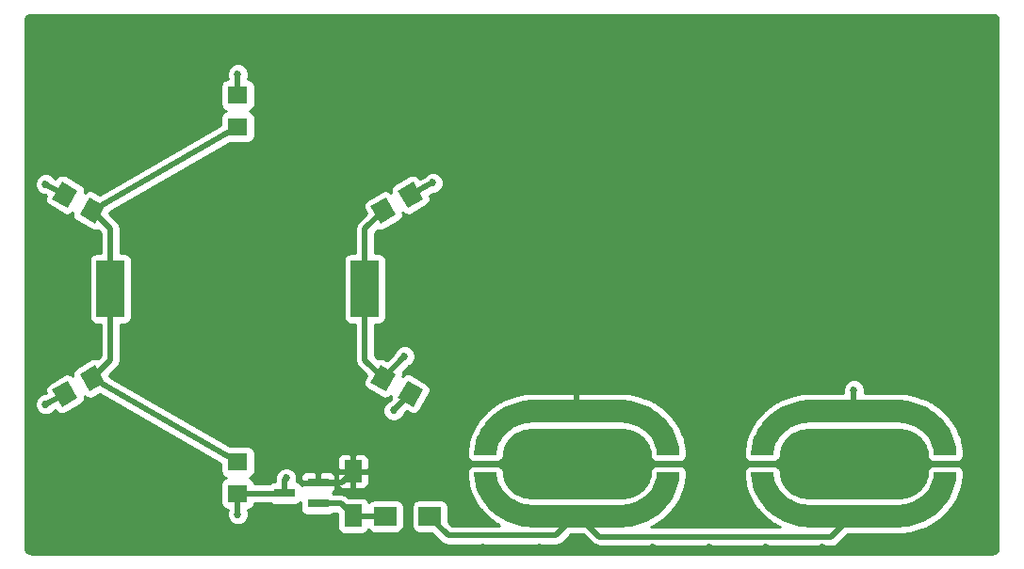
<source format=gtl>
G04 #@! TF.FileFunction,Copper,L1,Top,Signal*
%FSLAX46Y46*%
G04 Gerber Fmt 4.6, Leading zero omitted, Abs format (unit mm)*
G04 Created by KiCad (PCBNEW 4.0.6) date Friday, September 29, 2017 'AMt' 11:30:02 AM*
%MOMM*%
%LPD*%
G01*
G04 APERTURE LIST*
%ADD10C,0.100000*%
%ADD11C,0.685800*%
%ADD12C,17.780000*%
%ADD13R,2.540000X5.080000*%
%ADD14R,1.800860X1.597660*%
%ADD15R,10.160000X1.524000*%
%ADD16R,1.900000X0.800000*%
%ADD17R,1.600000X2.000000*%
%ADD18R,2.000000X1.700000*%
%ADD19C,0.508000*%
%ADD20C,0.254000*%
G04 APERTURE END LIST*
D10*
G36*
X104095894Y-96887577D02*
X104369331Y-96881287D01*
X104639842Y-96862606D01*
X104907050Y-96831813D01*
X105170576Y-96789190D01*
X105430045Y-96735016D01*
X105685079Y-96669573D01*
X105935299Y-96593141D01*
X106180330Y-96506000D01*
X106419792Y-96408432D01*
X106653310Y-96300717D01*
X106880506Y-96183135D01*
X107101001Y-96055966D01*
X107314420Y-95919493D01*
X107520384Y-95773994D01*
X107718516Y-95619751D01*
X107908439Y-95457045D01*
X108089775Y-95286155D01*
X108262147Y-95107363D01*
X108425178Y-94920949D01*
X108578490Y-94727193D01*
X108721705Y-94526377D01*
X108854447Y-94318781D01*
X108976338Y-94104685D01*
X109087001Y-93884370D01*
X109186057Y-93658116D01*
X109273131Y-93426205D01*
X109347844Y-93188916D01*
X109409819Y-92946531D01*
X109458679Y-92699329D01*
X109494046Y-92447592D01*
X109515543Y-92191600D01*
X109522793Y-91931634D01*
X107490793Y-91931634D01*
X107480123Y-92165644D01*
X107448573Y-92395504D01*
X107396832Y-92620365D01*
X107325589Y-92839378D01*
X107235533Y-93051694D01*
X107127355Y-93256464D01*
X107001742Y-93452840D01*
X106859385Y-93639973D01*
X106700972Y-93817012D01*
X106527193Y-93983111D01*
X106338737Y-94137420D01*
X106136294Y-94279089D01*
X105920551Y-94407271D01*
X105692200Y-94521116D01*
X105451928Y-94619775D01*
X105200426Y-94702400D01*
X104938382Y-94768142D01*
X104666486Y-94816151D01*
X104385427Y-94845579D01*
X104095894Y-94855577D01*
X96487654Y-94855577D01*
X96198121Y-94845579D01*
X95917063Y-94816151D01*
X95645167Y-94768142D01*
X95383124Y-94702400D01*
X95131621Y-94619775D01*
X94891350Y-94521116D01*
X94662999Y-94407271D01*
X94447256Y-94279089D01*
X94244812Y-94137420D01*
X94056356Y-93983111D01*
X93882577Y-93817012D01*
X93724164Y-93639973D01*
X93581807Y-93452840D01*
X93456194Y-93256464D01*
X93348015Y-93051694D01*
X93257960Y-92839378D01*
X93186717Y-92620365D01*
X93134976Y-92395504D01*
X93103426Y-92165644D01*
X93092756Y-91931634D01*
X91060756Y-91931634D01*
X91068005Y-92191600D01*
X91089502Y-92447592D01*
X91124870Y-92699329D01*
X91173729Y-92946531D01*
X91235705Y-93188916D01*
X91310418Y-93426205D01*
X91397491Y-93658116D01*
X91496548Y-93884370D01*
X91607211Y-94104685D01*
X91729102Y-94318781D01*
X91861844Y-94526377D01*
X92005059Y-94727193D01*
X92158371Y-94920949D01*
X92321402Y-95107363D01*
X92493774Y-95286155D01*
X92675110Y-95457045D01*
X92865033Y-95619751D01*
X93063165Y-95773994D01*
X93269129Y-95919493D01*
X93482548Y-96055966D01*
X93703044Y-96183135D01*
X93930239Y-96300717D01*
X94163757Y-96408432D01*
X94403220Y-96506000D01*
X94648250Y-96593141D01*
X94898470Y-96669573D01*
X95153504Y-96735016D01*
X95412972Y-96789190D01*
X95676499Y-96831813D01*
X95943707Y-96862606D01*
X96214217Y-96881287D01*
X96487654Y-96887577D01*
X104095894Y-96887577D01*
X104095894Y-96887577D01*
G37*
G36*
X96488106Y-85408423D02*
X96214669Y-85414713D01*
X95944158Y-85433394D01*
X95676950Y-85464187D01*
X95413424Y-85506810D01*
X95153955Y-85560984D01*
X94898921Y-85626427D01*
X94648701Y-85702859D01*
X94403670Y-85790000D01*
X94164208Y-85887568D01*
X93930690Y-85995283D01*
X93703494Y-86112865D01*
X93482999Y-86240034D01*
X93269580Y-86376507D01*
X93063616Y-86522006D01*
X92865484Y-86676249D01*
X92675561Y-86838955D01*
X92494225Y-87009845D01*
X92321853Y-87188637D01*
X92158822Y-87375051D01*
X92005510Y-87568807D01*
X91862295Y-87769623D01*
X91729553Y-87977219D01*
X91607662Y-88191315D01*
X91496999Y-88411630D01*
X91397943Y-88637884D01*
X91310869Y-88869795D01*
X91236156Y-89107084D01*
X91174181Y-89349469D01*
X91125321Y-89596671D01*
X91089954Y-89848408D01*
X91068457Y-90104400D01*
X91061207Y-90364366D01*
X93093207Y-90364366D01*
X93103877Y-90130356D01*
X93135427Y-89900496D01*
X93187168Y-89675635D01*
X93258411Y-89456622D01*
X93348467Y-89244306D01*
X93456645Y-89039536D01*
X93582258Y-88843160D01*
X93724615Y-88656027D01*
X93883028Y-88478988D01*
X94056807Y-88312889D01*
X94245263Y-88158580D01*
X94447706Y-88016911D01*
X94663449Y-87888729D01*
X94891800Y-87774884D01*
X95132072Y-87676225D01*
X95383574Y-87593600D01*
X95645618Y-87527858D01*
X95917514Y-87479849D01*
X96198573Y-87450421D01*
X96488106Y-87440423D01*
X104096346Y-87440423D01*
X104385879Y-87450421D01*
X104666937Y-87479849D01*
X104938833Y-87527858D01*
X105200876Y-87593600D01*
X105452379Y-87676225D01*
X105692650Y-87774884D01*
X105921001Y-87888729D01*
X106136744Y-88016911D01*
X106339188Y-88158580D01*
X106527644Y-88312889D01*
X106701423Y-88478988D01*
X106859836Y-88656027D01*
X107002193Y-88843160D01*
X107127806Y-89039536D01*
X107235985Y-89244306D01*
X107326040Y-89456622D01*
X107397283Y-89675635D01*
X107449024Y-89900496D01*
X107480574Y-90130356D01*
X107491244Y-90364366D01*
X109523244Y-90364366D01*
X109515995Y-90104400D01*
X109494498Y-89848408D01*
X109459130Y-89596671D01*
X109410271Y-89349469D01*
X109348295Y-89107084D01*
X109273582Y-88869795D01*
X109186509Y-88637884D01*
X109087452Y-88411630D01*
X108976789Y-88191315D01*
X108854898Y-87977219D01*
X108722156Y-87769623D01*
X108578941Y-87568807D01*
X108425629Y-87375051D01*
X108262598Y-87188637D01*
X108090226Y-87009845D01*
X107908890Y-86838955D01*
X107718967Y-86676249D01*
X107520835Y-86522006D01*
X107314871Y-86376507D01*
X107101452Y-86240034D01*
X106880956Y-86112865D01*
X106653761Y-85995283D01*
X106420243Y-85887568D01*
X106180780Y-85790000D01*
X105935750Y-85702859D01*
X105685530Y-85626427D01*
X105430496Y-85560984D01*
X105171028Y-85506810D01*
X104907501Y-85464187D01*
X104640293Y-85433394D01*
X104369783Y-85414713D01*
X104096346Y-85408423D01*
X96488106Y-85408423D01*
X96488106Y-85408423D01*
G37*
G36*
X128987894Y-96887577D02*
X129261331Y-96881287D01*
X129531842Y-96862606D01*
X129799050Y-96831813D01*
X130062576Y-96789190D01*
X130322045Y-96735016D01*
X130577079Y-96669573D01*
X130827299Y-96593141D01*
X131072330Y-96506000D01*
X131311792Y-96408432D01*
X131545310Y-96300717D01*
X131772506Y-96183135D01*
X131993001Y-96055966D01*
X132206420Y-95919493D01*
X132412384Y-95773994D01*
X132610516Y-95619751D01*
X132800439Y-95457045D01*
X132981775Y-95286155D01*
X133154147Y-95107363D01*
X133317178Y-94920949D01*
X133470490Y-94727193D01*
X133613705Y-94526377D01*
X133746447Y-94318781D01*
X133868338Y-94104685D01*
X133979001Y-93884370D01*
X134078057Y-93658116D01*
X134165131Y-93426205D01*
X134239844Y-93188916D01*
X134301819Y-92946531D01*
X134350679Y-92699329D01*
X134386046Y-92447592D01*
X134407543Y-92191600D01*
X134414793Y-91931634D01*
X132382793Y-91931634D01*
X132372123Y-92165644D01*
X132340573Y-92395504D01*
X132288832Y-92620365D01*
X132217589Y-92839378D01*
X132127533Y-93051694D01*
X132019355Y-93256464D01*
X131893742Y-93452840D01*
X131751385Y-93639973D01*
X131592972Y-93817012D01*
X131419193Y-93983111D01*
X131230737Y-94137420D01*
X131028294Y-94279089D01*
X130812551Y-94407271D01*
X130584200Y-94521116D01*
X130343928Y-94619775D01*
X130092426Y-94702400D01*
X129830382Y-94768142D01*
X129558486Y-94816151D01*
X129277427Y-94845579D01*
X128987894Y-94855577D01*
X121379654Y-94855577D01*
X121090121Y-94845579D01*
X120809063Y-94816151D01*
X120537167Y-94768142D01*
X120275124Y-94702400D01*
X120023621Y-94619775D01*
X119783350Y-94521116D01*
X119554999Y-94407271D01*
X119339256Y-94279089D01*
X119136812Y-94137420D01*
X118948356Y-93983111D01*
X118774577Y-93817012D01*
X118616164Y-93639973D01*
X118473807Y-93452840D01*
X118348194Y-93256464D01*
X118240015Y-93051694D01*
X118149960Y-92839378D01*
X118078717Y-92620365D01*
X118026976Y-92395504D01*
X117995426Y-92165644D01*
X117984756Y-91931634D01*
X115952756Y-91931634D01*
X115960005Y-92191600D01*
X115981502Y-92447592D01*
X116016870Y-92699329D01*
X116065729Y-92946531D01*
X116127705Y-93188916D01*
X116202418Y-93426205D01*
X116289491Y-93658116D01*
X116388548Y-93884370D01*
X116499211Y-94104685D01*
X116621102Y-94318781D01*
X116753844Y-94526377D01*
X116897059Y-94727193D01*
X117050371Y-94920949D01*
X117213402Y-95107363D01*
X117385774Y-95286155D01*
X117567110Y-95457045D01*
X117757033Y-95619751D01*
X117955165Y-95773994D01*
X118161129Y-95919493D01*
X118374548Y-96055966D01*
X118595044Y-96183135D01*
X118822239Y-96300717D01*
X119055757Y-96408432D01*
X119295220Y-96506000D01*
X119540250Y-96593141D01*
X119790470Y-96669573D01*
X120045504Y-96735016D01*
X120304972Y-96789190D01*
X120568499Y-96831813D01*
X120835707Y-96862606D01*
X121106217Y-96881287D01*
X121379654Y-96887577D01*
X128987894Y-96887577D01*
X128987894Y-96887577D01*
G37*
G36*
X121380106Y-85408423D02*
X121106669Y-85414713D01*
X120836158Y-85433394D01*
X120568950Y-85464187D01*
X120305424Y-85506810D01*
X120045955Y-85560984D01*
X119790921Y-85626427D01*
X119540701Y-85702859D01*
X119295670Y-85790000D01*
X119056208Y-85887568D01*
X118822690Y-85995283D01*
X118595494Y-86112865D01*
X118374999Y-86240034D01*
X118161580Y-86376507D01*
X117955616Y-86522006D01*
X117757484Y-86676249D01*
X117567561Y-86838955D01*
X117386225Y-87009845D01*
X117213853Y-87188637D01*
X117050822Y-87375051D01*
X116897510Y-87568807D01*
X116754295Y-87769623D01*
X116621553Y-87977219D01*
X116499662Y-88191315D01*
X116388999Y-88411630D01*
X116289943Y-88637884D01*
X116202869Y-88869795D01*
X116128156Y-89107084D01*
X116066181Y-89349469D01*
X116017321Y-89596671D01*
X115981954Y-89848408D01*
X115960457Y-90104400D01*
X115953207Y-90364366D01*
X117985207Y-90364366D01*
X117995877Y-90130356D01*
X118027427Y-89900496D01*
X118079168Y-89675635D01*
X118150411Y-89456622D01*
X118240467Y-89244306D01*
X118348645Y-89039536D01*
X118474258Y-88843160D01*
X118616615Y-88656027D01*
X118775028Y-88478988D01*
X118948807Y-88312889D01*
X119137263Y-88158580D01*
X119339706Y-88016911D01*
X119555449Y-87888729D01*
X119783800Y-87774884D01*
X120024072Y-87676225D01*
X120275574Y-87593600D01*
X120537618Y-87527858D01*
X120809514Y-87479849D01*
X121090573Y-87450421D01*
X121380106Y-87440423D01*
X128988346Y-87440423D01*
X129277879Y-87450421D01*
X129558937Y-87479849D01*
X129830833Y-87527858D01*
X130092876Y-87593600D01*
X130344379Y-87676225D01*
X130584650Y-87774884D01*
X130813001Y-87888729D01*
X131028744Y-88016911D01*
X131231188Y-88158580D01*
X131419644Y-88312889D01*
X131593423Y-88478988D01*
X131751836Y-88656027D01*
X131894193Y-88843160D01*
X132019806Y-89039536D01*
X132127985Y-89244306D01*
X132218040Y-89456622D01*
X132289283Y-89675635D01*
X132341024Y-89900496D01*
X132372574Y-90130356D01*
X132383244Y-90364366D01*
X134415244Y-90364366D01*
X134407995Y-90104400D01*
X134386498Y-89848408D01*
X134351130Y-89596671D01*
X134302271Y-89349469D01*
X134240295Y-89107084D01*
X134165582Y-88869795D01*
X134078509Y-88637884D01*
X133979452Y-88411630D01*
X133868789Y-88191315D01*
X133746898Y-87977219D01*
X133614156Y-87769623D01*
X133470941Y-87568807D01*
X133317629Y-87375051D01*
X133154598Y-87188637D01*
X132982226Y-87009845D01*
X132800890Y-86838955D01*
X132610967Y-86676249D01*
X132412835Y-86522006D01*
X132206871Y-86376507D01*
X131993452Y-86240034D01*
X131772956Y-86112865D01*
X131545761Y-85995283D01*
X131312243Y-85887568D01*
X131072780Y-85790000D01*
X130827750Y-85702859D01*
X130577530Y-85626427D01*
X130322496Y-85560984D01*
X130063028Y-85506810D01*
X129799501Y-85464187D01*
X129532293Y-85433394D01*
X129261783Y-85414713D01*
X128988346Y-85408423D01*
X121380106Y-85408423D01*
X121380106Y-85408423D01*
G37*
D11*
X77216000Y-91440000D03*
X58928000Y-68580000D03*
X58928000Y-83312000D03*
X82804000Y-80264000D03*
X112776000Y-96520000D03*
X117348000Y-96520000D03*
X108204000Y-96520000D03*
X82804000Y-93980000D03*
X89408000Y-96012000D03*
X75184000Y-89408000D03*
X80772000Y-87884000D03*
X78637140Y-92821860D03*
X79464000Y-79464000D03*
X79464000Y-71336000D03*
X76416000Y-67272000D03*
X76416000Y-83528000D03*
X72352000Y-85560000D03*
X67780000Y-85560000D03*
X63208000Y-83528000D03*
X60160000Y-79464000D03*
X60160000Y-71336000D03*
X63208000Y-67272000D03*
X71844000Y-65240000D03*
X67780000Y-65240000D03*
X73392140Y-96466860D03*
X77202140Y-96466860D03*
X71590000Y-92545000D03*
X67780000Y-92545000D03*
X56985000Y-86195000D03*
X54445000Y-82385000D03*
X54445000Y-69050000D03*
D12*
X69812000Y-75400000D03*
D13*
X58382000Y-75400000D03*
X81242000Y-75400000D03*
D11*
X82296000Y-85344000D03*
X85560000Y-82639000D03*
X85560000Y-69558000D03*
X83020000Y-65748000D03*
X71590000Y-59398000D03*
X67780000Y-59398000D03*
X56350000Y-65748000D03*
X91910000Y-51270000D03*
X96990000Y-51270000D03*
X122390000Y-51270000D03*
X132550000Y-51270000D03*
X127470000Y-51270000D03*
X112230000Y-51270000D03*
X107150000Y-51270000D03*
X102070000Y-51270000D03*
X117310000Y-51270000D03*
X56350000Y-51270000D03*
X66510000Y-51270000D03*
X61430000Y-51270000D03*
X86830000Y-51270000D03*
X71590000Y-51270000D03*
X81750000Y-51270000D03*
X76670000Y-51270000D03*
X132550000Y-98722000D03*
X127470000Y-98722000D03*
X122390000Y-98722000D03*
X117310000Y-98722000D03*
X112230000Y-98722000D03*
X107150000Y-98722000D03*
X102070000Y-98722000D03*
X96990000Y-98722000D03*
X91910000Y-98722000D03*
X86830000Y-98722000D03*
X81750000Y-98722000D03*
X76670000Y-98722000D03*
X71590000Y-98722000D03*
X66510000Y-98722000D03*
X61430000Y-98722000D03*
X56350000Y-98722000D03*
X137630000Y-56350000D03*
X137630000Y-51270000D03*
X137630000Y-71590000D03*
X137630000Y-66510000D03*
X137630000Y-61430000D03*
X137630000Y-98722000D03*
X137630000Y-89370000D03*
X137630000Y-83020000D03*
X137630000Y-94450000D03*
X137630000Y-76670000D03*
X51270000Y-98722000D03*
X51270000Y-94450000D03*
X51270000Y-89370000D03*
X51270000Y-81750000D03*
X51270000Y-76670000D03*
X51270000Y-71590000D03*
X51270000Y-66510000D03*
X51270000Y-61430000D03*
X51270000Y-56350000D03*
D10*
G36*
X56983027Y-82273860D02*
X57883457Y-83833450D01*
X56499843Y-84632280D01*
X55599413Y-83072690D01*
X56983027Y-82273860D01*
X56983027Y-82273860D01*
G37*
G36*
X54523757Y-83693720D02*
X55424187Y-85253310D01*
X54040573Y-86052140D01*
X53140143Y-84492550D01*
X54523757Y-83693720D01*
X54523757Y-83693720D01*
G37*
D14*
X69812000Y-90998140D03*
X69812000Y-93837860D03*
D10*
G36*
X81740543Y-83833450D02*
X82640973Y-82273860D01*
X84024587Y-83072690D01*
X83124157Y-84632280D01*
X81740543Y-83833450D01*
X81740543Y-83833450D01*
G37*
G36*
X84199813Y-85253310D02*
X85100243Y-83693720D01*
X86483857Y-84492550D01*
X85583427Y-86052140D01*
X84199813Y-85253310D01*
X84199813Y-85253310D01*
G37*
D14*
X69812000Y-60817860D03*
X69812000Y-57978140D03*
D10*
G36*
X57883457Y-67982550D02*
X56983027Y-69542140D01*
X55599413Y-68743310D01*
X56499843Y-67183720D01*
X57883457Y-67982550D01*
X57883457Y-67982550D01*
G37*
G36*
X55424187Y-66562690D02*
X54523757Y-68122280D01*
X53140143Y-67323450D01*
X54040573Y-65763860D01*
X55424187Y-66562690D01*
X55424187Y-66562690D01*
G37*
G36*
X82640973Y-69542140D02*
X81740543Y-67982550D01*
X83124157Y-67183720D01*
X84024587Y-68743310D01*
X82640973Y-69542140D01*
X82640973Y-69542140D01*
G37*
G36*
X85100243Y-68122280D02*
X84199813Y-66562690D01*
X85583427Y-65763860D01*
X86483857Y-67323450D01*
X85100243Y-68122280D01*
X85100243Y-68122280D01*
G37*
D15*
X100292000Y-95720000D03*
X100292000Y-86576000D03*
X125184000Y-95720000D03*
X125184000Y-86576000D03*
D16*
X77027140Y-94749860D03*
X77027140Y-92849860D03*
X74027140Y-93799860D03*
D11*
X51270000Y-51270000D03*
D17*
X80161140Y-95837860D03*
X80161140Y-91837860D03*
D18*
X83090000Y-95885000D03*
X87090000Y-95885000D03*
D11*
X100292000Y-84544000D03*
X84798000Y-81496000D03*
X125184000Y-84544000D03*
X83820000Y-86360000D03*
X74168000Y-92456000D03*
X52540000Y-85814000D03*
X52540000Y-66002000D03*
X87338000Y-65875000D03*
X69812000Y-56096000D03*
X69812000Y-95720000D03*
D19*
X77027140Y-92849860D02*
X79149140Y-92849860D01*
X79149140Y-92849860D02*
X80161140Y-91837860D01*
X100292000Y-86576000D02*
X100292000Y-84544000D01*
X84798000Y-81537635D02*
X84798000Y-81496000D01*
X82882565Y-83453070D02*
X84798000Y-81537635D01*
X82882565Y-83453070D02*
X82882565Y-82649435D01*
X125184000Y-86576000D02*
X125184000Y-84544000D01*
X56741435Y-83453070D02*
X69812000Y-90998140D01*
X69812000Y-60817860D02*
X56741435Y-68362930D01*
X58382000Y-75400000D02*
X58382000Y-81812505D01*
X58382000Y-81812505D02*
X56741435Y-83453070D01*
X58382000Y-75400000D02*
X58382000Y-70003495D01*
X58382000Y-70003495D02*
X56741435Y-68362930D01*
X82882565Y-83453070D02*
X81242000Y-81812505D01*
X81242000Y-81812505D02*
X81242000Y-78448000D01*
X81242000Y-78448000D02*
X81242000Y-75400000D01*
X82882565Y-68362930D02*
X81242000Y-70003495D01*
X81242000Y-70003495D02*
X81242000Y-72352000D01*
X81242000Y-72352000D02*
X81242000Y-75400000D01*
X85344000Y-84836000D02*
X83820000Y-86360000D01*
X74027140Y-92596860D02*
X74168000Y-92456000D01*
X74027140Y-93799860D02*
X74027140Y-92596860D01*
X69812000Y-93837860D02*
X73989140Y-93837860D01*
X73989140Y-93837860D02*
X74027140Y-93799860D01*
X85341835Y-84872930D02*
X84926070Y-84872930D01*
X74027140Y-93799860D02*
X73477140Y-93799860D01*
X69961860Y-93688000D02*
X69812000Y-93837860D01*
X85341835Y-66943070D02*
X87338000Y-65875000D01*
X69812000Y-57978140D02*
X69812000Y-56096000D01*
X52540000Y-85814000D02*
X54282165Y-84872930D01*
X52540000Y-66002000D02*
X54282165Y-66943070D01*
X69812000Y-93837860D02*
X69812000Y-95720000D01*
X100292000Y-95720000D02*
X98412000Y-97600000D01*
X98412000Y-97600000D02*
X88710000Y-97600000D01*
X88710000Y-97600000D02*
X86995000Y-95885000D01*
X123152000Y-97752000D02*
X102324000Y-97752000D01*
X102324000Y-97752000D02*
X100292000Y-95720000D01*
X125184000Y-95720000D02*
X123152000Y-97752000D01*
X83090000Y-95885000D02*
X80208280Y-95885000D01*
X80208280Y-95885000D02*
X80161140Y-95837860D01*
X77027140Y-94749860D02*
X79073140Y-94749860D01*
X79073140Y-94749860D02*
X80161140Y-95837860D01*
X77390140Y-94749860D02*
X77027140Y-94749860D01*
D20*
G36*
X137838979Y-50765478D02*
X138016145Y-50883856D01*
X138134521Y-51061019D01*
X138138000Y-51078509D01*
X138138000Y-98921491D01*
X138134521Y-98938981D01*
X138016145Y-99116144D01*
X137838979Y-99234522D01*
X137560070Y-99290000D01*
X51339931Y-99290000D01*
X51061019Y-99234521D01*
X50883856Y-99116145D01*
X50765478Y-98938979D01*
X50762000Y-98921494D01*
X50762000Y-66195663D01*
X51561931Y-66195663D01*
X51710493Y-66555212D01*
X51985341Y-66830540D01*
X52344630Y-66979730D01*
X52479721Y-66979848D01*
X52569415Y-67028298D01*
X52500131Y-67225659D01*
X52512509Y-67482364D01*
X52623784Y-67714029D01*
X52816423Y-67884149D01*
X54200037Y-68682979D01*
X54425966Y-68762292D01*
X54682671Y-68749914D01*
X54914336Y-68638639D01*
X54993144Y-68549399D01*
X54959401Y-68645519D01*
X54971779Y-68902224D01*
X55083054Y-69133889D01*
X55275693Y-69304009D01*
X56659307Y-70102839D01*
X56885236Y-70182152D01*
X57141941Y-70169774D01*
X57242663Y-70121394D01*
X57493000Y-70371731D01*
X57493000Y-72212560D01*
X57112000Y-72212560D01*
X56876683Y-72256838D01*
X56660559Y-72395910D01*
X56515569Y-72608110D01*
X56464560Y-72860000D01*
X56464560Y-77940000D01*
X56508838Y-78175317D01*
X56647910Y-78391441D01*
X56860110Y-78536431D01*
X57112000Y-78587440D01*
X57493000Y-78587440D01*
X57493000Y-81444269D01*
X57243187Y-81694082D01*
X57159220Y-81650856D01*
X56902955Y-81631391D01*
X56659307Y-81713161D01*
X55275693Y-82511991D01*
X55094042Y-82667995D01*
X54976409Y-82896497D01*
X54956944Y-83152762D01*
X54994824Y-83265633D01*
X54928452Y-83188349D01*
X54699950Y-83070716D01*
X54443685Y-83051251D01*
X54200037Y-83133021D01*
X52816423Y-83931851D01*
X52634772Y-84087855D01*
X52517139Y-84316357D01*
X52497674Y-84572622D01*
X52569789Y-84787500D01*
X52479915Y-84836047D01*
X52346337Y-84835931D01*
X51986788Y-84984493D01*
X51711460Y-85259341D01*
X51562270Y-85618630D01*
X51561931Y-86007663D01*
X51710493Y-86367212D01*
X51985341Y-86642540D01*
X52344630Y-86791730D01*
X52733663Y-86792069D01*
X53093212Y-86643507D01*
X53350651Y-86386517D01*
X53453844Y-86330775D01*
X53479874Y-86375860D01*
X53635878Y-86557511D01*
X53864380Y-86675144D01*
X54120645Y-86694609D01*
X54364293Y-86612839D01*
X55747907Y-85814009D01*
X55929558Y-85658005D01*
X56047191Y-85429503D01*
X56066656Y-85173238D01*
X56028776Y-85060367D01*
X56095148Y-85137651D01*
X56323650Y-85255284D01*
X56579915Y-85274749D01*
X56823563Y-85192979D01*
X57400394Y-84859946D01*
X68264130Y-91131109D01*
X68264130Y-91796970D01*
X68308408Y-92032287D01*
X68447480Y-92248411D01*
X68659680Y-92393401D01*
X68776366Y-92417030D01*
X68676253Y-92435868D01*
X68460129Y-92574940D01*
X68315139Y-92787140D01*
X68264130Y-93039030D01*
X68264130Y-94636690D01*
X68308408Y-94872007D01*
X68447480Y-95088131D01*
X68659680Y-95233121D01*
X68911570Y-95284130D01*
X68923000Y-95284130D01*
X68923000Y-95310945D01*
X68834270Y-95524630D01*
X68833931Y-95913663D01*
X68982493Y-96273212D01*
X69257341Y-96548540D01*
X69616630Y-96697730D01*
X70005663Y-96698069D01*
X70365212Y-96549507D01*
X70640540Y-96274659D01*
X70789730Y-95915370D01*
X70790069Y-95526337D01*
X70701000Y-95310773D01*
X70701000Y-95284130D01*
X70712430Y-95284130D01*
X70947747Y-95239852D01*
X71163871Y-95100780D01*
X71308861Y-94888580D01*
X71341610Y-94726860D01*
X72723634Y-94726860D01*
X72825250Y-94796291D01*
X73077140Y-94847300D01*
X74977140Y-94847300D01*
X75212457Y-94803022D01*
X75428581Y-94663950D01*
X75429700Y-94662312D01*
X75429700Y-95149860D01*
X75473978Y-95385177D01*
X75613050Y-95601301D01*
X75825250Y-95746291D01*
X76077140Y-95797300D01*
X77977140Y-95797300D01*
X78212457Y-95753022D01*
X78389870Y-95638860D01*
X78704904Y-95638860D01*
X78713700Y-95647656D01*
X78713700Y-96837860D01*
X78757978Y-97073177D01*
X78897050Y-97289301D01*
X79109250Y-97434291D01*
X79361140Y-97485300D01*
X80961140Y-97485300D01*
X81196457Y-97441022D01*
X81412581Y-97301950D01*
X81557571Y-97089750D01*
X81559036Y-97082516D01*
X81625910Y-97186441D01*
X81838110Y-97331431D01*
X82090000Y-97382440D01*
X84090000Y-97382440D01*
X84325317Y-97338162D01*
X84541441Y-97199090D01*
X84686431Y-96986890D01*
X84737440Y-96735000D01*
X84737440Y-95035000D01*
X85442560Y-95035000D01*
X85442560Y-96735000D01*
X85486838Y-96970317D01*
X85625910Y-97186441D01*
X85838110Y-97331431D01*
X86090000Y-97382440D01*
X87235204Y-97382440D01*
X88081382Y-98228618D01*
X88369794Y-98421329D01*
X88710000Y-98489000D01*
X98412000Y-98489000D01*
X98752206Y-98421329D01*
X99040618Y-98228618D01*
X99746659Y-97522577D01*
X100837341Y-97522577D01*
X101695382Y-98380618D01*
X101983794Y-98573329D01*
X102324000Y-98641000D01*
X123152000Y-98641000D01*
X123492206Y-98573329D01*
X123780618Y-98380618D01*
X124638659Y-97522577D01*
X128987894Y-97522577D01*
X128995180Y-97521128D01*
X129002497Y-97522409D01*
X129275934Y-97516119D01*
X129290389Y-97512896D01*
X129305079Y-97514778D01*
X129575589Y-97496097D01*
X129589830Y-97492228D01*
X129604538Y-97493431D01*
X129871746Y-97462638D01*
X129885743Y-97458138D01*
X129900438Y-97458667D01*
X130163964Y-97416044D01*
X130177701Y-97410925D01*
X130192358Y-97410786D01*
X130451827Y-97356612D01*
X130465278Y-97350890D01*
X130479876Y-97350089D01*
X130734910Y-97284646D01*
X130748065Y-97278331D01*
X130762584Y-97276873D01*
X131012804Y-97200441D01*
X131025647Y-97193544D01*
X131040071Y-97191433D01*
X131285102Y-97104292D01*
X131297619Y-97096822D01*
X131311933Y-97094061D01*
X131551395Y-96996493D01*
X131563577Y-96988455D01*
X131577767Y-96985045D01*
X131811285Y-96877330D01*
X131823121Y-96868727D01*
X131837174Y-96864667D01*
X132064370Y-96747086D01*
X132075845Y-96737921D01*
X132089756Y-96733206D01*
X132310251Y-96606037D01*
X132321353Y-96596310D01*
X132335095Y-96590939D01*
X132548514Y-96454466D01*
X132559228Y-96444175D01*
X132572803Y-96438134D01*
X132778767Y-96292635D01*
X132789075Y-96281777D01*
X132802457Y-96275061D01*
X133000589Y-96120818D01*
X133010472Y-96109389D01*
X133023644Y-96101986D01*
X133213567Y-95939280D01*
X133223003Y-95927274D01*
X133235944Y-95919171D01*
X133417280Y-95748281D01*
X133426238Y-95735698D01*
X133438920Y-95726885D01*
X133611292Y-95548093D01*
X133619742Y-95534932D01*
X133632136Y-95525395D01*
X133795168Y-95338981D01*
X133803074Y-95325244D01*
X133815145Y-95314972D01*
X133968457Y-95121216D01*
X133975779Y-95106910D01*
X133987485Y-95095896D01*
X134130700Y-94895079D01*
X134137394Y-94880215D01*
X134148687Y-94868458D01*
X134281429Y-94660862D01*
X134287450Y-94645456D01*
X134298280Y-94632955D01*
X134420171Y-94418859D01*
X134425467Y-94402942D01*
X134435778Y-94389707D01*
X134546440Y-94169392D01*
X134550963Y-94152995D01*
X134560695Y-94139041D01*
X134659751Y-93912787D01*
X134663449Y-93895958D01*
X134672535Y-93881321D01*
X134759610Y-93649409D01*
X134762437Y-93632201D01*
X134770817Y-93616912D01*
X134845530Y-93379623D01*
X134847441Y-93362108D01*
X134855052Y-93346218D01*
X134917027Y-93103832D01*
X134917986Y-93086086D01*
X134924767Y-93069658D01*
X134973627Y-92822456D01*
X134973605Y-92804565D01*
X134979503Y-92787674D01*
X135014870Y-92535937D01*
X135013851Y-92517999D01*
X135018819Y-92500729D01*
X135040316Y-92244737D01*
X135038294Y-92226850D01*
X135042296Y-92209302D01*
X135049546Y-91949336D01*
X135048037Y-91940463D01*
X135049793Y-91931634D01*
X135027317Y-91818641D01*
X135008003Y-91705079D01*
X135003213Y-91697459D01*
X135001457Y-91688630D01*
X134937454Y-91592843D01*
X134876149Y-91495313D01*
X134868807Y-91490105D01*
X134863806Y-91482621D01*
X134768023Y-91418621D01*
X134674057Y-91351972D01*
X134665281Y-91349970D01*
X134657797Y-91344970D01*
X134544810Y-91322496D01*
X134432495Y-91296881D01*
X134423622Y-91298390D01*
X134414793Y-91296634D01*
X132382793Y-91296634D01*
X132275215Y-91318032D01*
X132166763Y-91334510D01*
X132154192Y-91342105D01*
X132139789Y-91344970D01*
X132048587Y-91405910D01*
X131954698Y-91462635D01*
X131945991Y-91474462D01*
X131933780Y-91482621D01*
X131872843Y-91573819D01*
X131807806Y-91662160D01*
X131804287Y-91676420D01*
X131796129Y-91688630D01*
X131774730Y-91796211D01*
X131748452Y-91902711D01*
X131739097Y-92107885D01*
X131715349Y-92280903D01*
X131676296Y-92450624D01*
X131622252Y-92616764D01*
X131553473Y-92778917D01*
X131470214Y-92936519D01*
X131372726Y-93088927D01*
X131261304Y-93235393D01*
X131136293Y-93375103D01*
X130998046Y-93507239D01*
X130847006Y-93630912D01*
X130683600Y-93745262D01*
X130508301Y-93849415D01*
X130321589Y-93942500D01*
X130123944Y-94023656D01*
X129915851Y-94092020D01*
X129697744Y-94146739D01*
X129470108Y-94186933D01*
X129233351Y-94211722D01*
X128976927Y-94220577D01*
X121390622Y-94220577D01*
X121134196Y-94211722D01*
X120897441Y-94186933D01*
X120669795Y-94146737D01*
X120451705Y-94092022D01*
X120243610Y-94023658D01*
X120045962Y-93942500D01*
X119859254Y-93849417D01*
X119683946Y-93745260D01*
X119520548Y-93630915D01*
X119369496Y-93507234D01*
X119231258Y-93375103D01*
X119106244Y-93235392D01*
X118994820Y-93088921D01*
X118897335Y-92936518D01*
X118814077Y-92778921D01*
X118745298Y-92616767D01*
X118691253Y-92450624D01*
X118652200Y-92280903D01*
X118628452Y-92107885D01*
X118619097Y-91902710D01*
X118592818Y-91796208D01*
X118571420Y-91688630D01*
X118563262Y-91676420D01*
X118559743Y-91662160D01*
X118494706Y-91573819D01*
X118433769Y-91482621D01*
X118421558Y-91474462D01*
X118412851Y-91462635D01*
X118318962Y-91405910D01*
X118227760Y-91344970D01*
X118213357Y-91342105D01*
X118200786Y-91334510D01*
X118092334Y-91318032D01*
X117984756Y-91296634D01*
X115952756Y-91296634D01*
X115943928Y-91298390D01*
X115935056Y-91296881D01*
X115822739Y-91322496D01*
X115709752Y-91344970D01*
X115702269Y-91349970D01*
X115693494Y-91351971D01*
X115599525Y-91418622D01*
X115503743Y-91482621D01*
X115498743Y-91490104D01*
X115491402Y-91495311D01*
X115430100Y-91592836D01*
X115366092Y-91688630D01*
X115364336Y-91697458D01*
X115359547Y-91705077D01*
X115340233Y-91818634D01*
X115317756Y-91931634D01*
X115319512Y-91940462D01*
X115318003Y-91949334D01*
X115325252Y-92209300D01*
X115329254Y-92226849D01*
X115327232Y-92244737D01*
X115348729Y-92500729D01*
X115353697Y-92517999D01*
X115352678Y-92535939D01*
X115388046Y-92787676D01*
X115393943Y-92804564D01*
X115393921Y-92822454D01*
X115442780Y-93069655D01*
X115449562Y-93086084D01*
X115450521Y-93103835D01*
X115512497Y-93346220D01*
X115520108Y-93362111D01*
X115522019Y-93379623D01*
X115596732Y-93616912D01*
X115605113Y-93632202D01*
X115607939Y-93649407D01*
X115695012Y-93881318D01*
X115704099Y-93895957D01*
X115707798Y-93912789D01*
X115806855Y-94139043D01*
X115816585Y-94152993D01*
X115821108Y-94169392D01*
X115931771Y-94389707D01*
X115942082Y-94402942D01*
X115947378Y-94418859D01*
X116069269Y-94632956D01*
X116080100Y-94645458D01*
X116086120Y-94660862D01*
X116218862Y-94868457D01*
X116230153Y-94880213D01*
X116236849Y-94895080D01*
X116380065Y-95095896D01*
X116391769Y-95106908D01*
X116399092Y-95121216D01*
X116552404Y-95314972D01*
X116564477Y-95325246D01*
X116572382Y-95338981D01*
X116735413Y-95525396D01*
X116747808Y-95534934D01*
X116756257Y-95548093D01*
X116928629Y-95726885D01*
X116941311Y-95735698D01*
X116950269Y-95748281D01*
X117131605Y-95919171D01*
X117144546Y-95927274D01*
X117153982Y-95939280D01*
X117343905Y-96101986D01*
X117357077Y-96109389D01*
X117366960Y-96120818D01*
X117565092Y-96275061D01*
X117578474Y-96281777D01*
X117588782Y-96292635D01*
X117794746Y-96438134D01*
X117808321Y-96444175D01*
X117819035Y-96454466D01*
X118032454Y-96590939D01*
X118046200Y-96596311D01*
X118057300Y-96606037D01*
X118277796Y-96733206D01*
X118291704Y-96737920D01*
X118303179Y-96747085D01*
X118527152Y-96863000D01*
X106948395Y-96863000D01*
X107172370Y-96747086D01*
X107183845Y-96737921D01*
X107197756Y-96733206D01*
X107418251Y-96606037D01*
X107429353Y-96596310D01*
X107443095Y-96590939D01*
X107656514Y-96454466D01*
X107667228Y-96444175D01*
X107680803Y-96438134D01*
X107886767Y-96292635D01*
X107897075Y-96281777D01*
X107910457Y-96275061D01*
X108108589Y-96120818D01*
X108118472Y-96109389D01*
X108131644Y-96101986D01*
X108321567Y-95939280D01*
X108331003Y-95927274D01*
X108343944Y-95919171D01*
X108525280Y-95748281D01*
X108534238Y-95735698D01*
X108546920Y-95726885D01*
X108719292Y-95548093D01*
X108727742Y-95534932D01*
X108740136Y-95525395D01*
X108903168Y-95338981D01*
X108911074Y-95325244D01*
X108923145Y-95314972D01*
X109076457Y-95121216D01*
X109083779Y-95106910D01*
X109095485Y-95095896D01*
X109238700Y-94895079D01*
X109245394Y-94880215D01*
X109256687Y-94868458D01*
X109389429Y-94660862D01*
X109395450Y-94645456D01*
X109406280Y-94632955D01*
X109528171Y-94418859D01*
X109533467Y-94402942D01*
X109543778Y-94389707D01*
X109654440Y-94169392D01*
X109658963Y-94152995D01*
X109668695Y-94139041D01*
X109767751Y-93912787D01*
X109771449Y-93895958D01*
X109780535Y-93881321D01*
X109867610Y-93649409D01*
X109870437Y-93632201D01*
X109878817Y-93616912D01*
X109953530Y-93379623D01*
X109955441Y-93362108D01*
X109963052Y-93346218D01*
X110025027Y-93103832D01*
X110025986Y-93086086D01*
X110032767Y-93069658D01*
X110081627Y-92822456D01*
X110081605Y-92804565D01*
X110087503Y-92787674D01*
X110122870Y-92535937D01*
X110121851Y-92517999D01*
X110126819Y-92500729D01*
X110148316Y-92244737D01*
X110146294Y-92226850D01*
X110150296Y-92209302D01*
X110157546Y-91949336D01*
X110156037Y-91940463D01*
X110157793Y-91931634D01*
X110135317Y-91818641D01*
X110116003Y-91705079D01*
X110111213Y-91697459D01*
X110109457Y-91688630D01*
X110045454Y-91592843D01*
X109984149Y-91495313D01*
X109976807Y-91490105D01*
X109971806Y-91482621D01*
X109876023Y-91418621D01*
X109782057Y-91351972D01*
X109773281Y-91349970D01*
X109765797Y-91344970D01*
X109652810Y-91322496D01*
X109540495Y-91296881D01*
X109531622Y-91298390D01*
X109522793Y-91296634D01*
X107490793Y-91296634D01*
X107383215Y-91318032D01*
X107274763Y-91334510D01*
X107262192Y-91342105D01*
X107247789Y-91344970D01*
X107156587Y-91405910D01*
X107062698Y-91462635D01*
X107053991Y-91474462D01*
X107041780Y-91482621D01*
X106980843Y-91573819D01*
X106915806Y-91662160D01*
X106912287Y-91676420D01*
X106904129Y-91688630D01*
X106882730Y-91796211D01*
X106856452Y-91902711D01*
X106847097Y-92107885D01*
X106823349Y-92280903D01*
X106784296Y-92450624D01*
X106730252Y-92616764D01*
X106661473Y-92778917D01*
X106578214Y-92936519D01*
X106480726Y-93088927D01*
X106369304Y-93235393D01*
X106244293Y-93375103D01*
X106106046Y-93507239D01*
X105955006Y-93630912D01*
X105791600Y-93745262D01*
X105616301Y-93849415D01*
X105429589Y-93942500D01*
X105231944Y-94023656D01*
X105023851Y-94092020D01*
X104805744Y-94146739D01*
X104578108Y-94186933D01*
X104341351Y-94211722D01*
X104084927Y-94220577D01*
X96498622Y-94220577D01*
X96242196Y-94211722D01*
X96005441Y-94186933D01*
X95777795Y-94146737D01*
X95559705Y-94092022D01*
X95351610Y-94023658D01*
X95153962Y-93942500D01*
X94967254Y-93849417D01*
X94791946Y-93745260D01*
X94628548Y-93630915D01*
X94477496Y-93507234D01*
X94339258Y-93375103D01*
X94214244Y-93235392D01*
X94102820Y-93088921D01*
X94005335Y-92936518D01*
X93922077Y-92778921D01*
X93853298Y-92616767D01*
X93799253Y-92450624D01*
X93760200Y-92280903D01*
X93736452Y-92107885D01*
X93727097Y-91902710D01*
X93700818Y-91796208D01*
X93679420Y-91688630D01*
X93671262Y-91676420D01*
X93667743Y-91662160D01*
X93602706Y-91573819D01*
X93541769Y-91482621D01*
X93529558Y-91474462D01*
X93520851Y-91462635D01*
X93426962Y-91405910D01*
X93335760Y-91344970D01*
X93321357Y-91342105D01*
X93308786Y-91334510D01*
X93200334Y-91318032D01*
X93092756Y-91296634D01*
X91060756Y-91296634D01*
X91051928Y-91298390D01*
X91043056Y-91296881D01*
X90930739Y-91322496D01*
X90817752Y-91344970D01*
X90810269Y-91349970D01*
X90801494Y-91351971D01*
X90707525Y-91418622D01*
X90611743Y-91482621D01*
X90606743Y-91490104D01*
X90599402Y-91495311D01*
X90538100Y-91592836D01*
X90474092Y-91688630D01*
X90472336Y-91697458D01*
X90467547Y-91705077D01*
X90448233Y-91818634D01*
X90425756Y-91931634D01*
X90427512Y-91940462D01*
X90426003Y-91949334D01*
X90433252Y-92209300D01*
X90437254Y-92226849D01*
X90435232Y-92244737D01*
X90456729Y-92500729D01*
X90461697Y-92517999D01*
X90460678Y-92535939D01*
X90496046Y-92787676D01*
X90501943Y-92804564D01*
X90501921Y-92822454D01*
X90550780Y-93069655D01*
X90557562Y-93086084D01*
X90558521Y-93103835D01*
X90620497Y-93346220D01*
X90628108Y-93362111D01*
X90630019Y-93379623D01*
X90704732Y-93616912D01*
X90713113Y-93632202D01*
X90715939Y-93649407D01*
X90803012Y-93881318D01*
X90812099Y-93895957D01*
X90815798Y-93912789D01*
X90914855Y-94139043D01*
X90924585Y-94152993D01*
X90929108Y-94169392D01*
X91039771Y-94389707D01*
X91050082Y-94402942D01*
X91055378Y-94418859D01*
X91177269Y-94632956D01*
X91188100Y-94645458D01*
X91194120Y-94660862D01*
X91326862Y-94868457D01*
X91338153Y-94880213D01*
X91344849Y-94895080D01*
X91488065Y-95095896D01*
X91499769Y-95106908D01*
X91507092Y-95121216D01*
X91660404Y-95314972D01*
X91672477Y-95325246D01*
X91680382Y-95338981D01*
X91843413Y-95525396D01*
X91855808Y-95534934D01*
X91864257Y-95548093D01*
X92036629Y-95726885D01*
X92049311Y-95735698D01*
X92058269Y-95748281D01*
X92239605Y-95919171D01*
X92252546Y-95927274D01*
X92261982Y-95939280D01*
X92451905Y-96101986D01*
X92465077Y-96109389D01*
X92474960Y-96120818D01*
X92673092Y-96275061D01*
X92686474Y-96281777D01*
X92696782Y-96292635D01*
X92902746Y-96438134D01*
X92916321Y-96444175D01*
X92927035Y-96454466D01*
X93140454Y-96590939D01*
X93154200Y-96596311D01*
X93165300Y-96606037D01*
X93347293Y-96711000D01*
X89078236Y-96711000D01*
X88737440Y-96370204D01*
X88737440Y-95035000D01*
X88693162Y-94799683D01*
X88554090Y-94583559D01*
X88341890Y-94438569D01*
X88090000Y-94387560D01*
X86090000Y-94387560D01*
X85854683Y-94431838D01*
X85638559Y-94570910D01*
X85493569Y-94783110D01*
X85442560Y-95035000D01*
X84737440Y-95035000D01*
X84693162Y-94799683D01*
X84554090Y-94583559D01*
X84341890Y-94438569D01*
X84090000Y-94387560D01*
X82090000Y-94387560D01*
X81854683Y-94431838D01*
X81638559Y-94570910D01*
X81575669Y-94662953D01*
X81564302Y-94602543D01*
X81425230Y-94386419D01*
X81213030Y-94241429D01*
X80961140Y-94190420D01*
X79770936Y-94190420D01*
X79701758Y-94121242D01*
X79649745Y-94086488D01*
X79413346Y-93928531D01*
X79073140Y-93860860D01*
X78386261Y-93860860D01*
X78301390Y-93802870D01*
X78336838Y-93788187D01*
X78515467Y-93609559D01*
X78612140Y-93376170D01*
X78612140Y-93135610D01*
X78453390Y-92976860D01*
X77154140Y-92976860D01*
X77154140Y-92996860D01*
X76900140Y-92996860D01*
X76900140Y-92976860D01*
X75600890Y-92976860D01*
X75514878Y-93062872D01*
X75441230Y-92948419D01*
X75229030Y-92803429D01*
X75093948Y-92776074D01*
X75145730Y-92651370D01*
X75146015Y-92323550D01*
X75442140Y-92323550D01*
X75442140Y-92564110D01*
X75600890Y-92722860D01*
X76900140Y-92722860D01*
X76900140Y-91973610D01*
X77154140Y-91973610D01*
X77154140Y-92722860D01*
X78453390Y-92722860D01*
X78612140Y-92564110D01*
X78612140Y-92323550D01*
X78529323Y-92123610D01*
X78726140Y-92123610D01*
X78726140Y-92964169D01*
X78822813Y-93197558D01*
X79001441Y-93376187D01*
X79234830Y-93472860D01*
X79875390Y-93472860D01*
X80034140Y-93314110D01*
X80034140Y-91964860D01*
X80288140Y-91964860D01*
X80288140Y-93314110D01*
X80446890Y-93472860D01*
X81087450Y-93472860D01*
X81320839Y-93376187D01*
X81499467Y-93197558D01*
X81596140Y-92964169D01*
X81596140Y-92123610D01*
X81437390Y-91964860D01*
X80288140Y-91964860D01*
X80034140Y-91964860D01*
X78884890Y-91964860D01*
X78726140Y-92123610D01*
X78529323Y-92123610D01*
X78515467Y-92090161D01*
X78336838Y-91911533D01*
X78103449Y-91814860D01*
X77312890Y-91814860D01*
X77154140Y-91973610D01*
X76900140Y-91973610D01*
X76741390Y-91814860D01*
X75950831Y-91814860D01*
X75717442Y-91911533D01*
X75538813Y-92090161D01*
X75442140Y-92323550D01*
X75146015Y-92323550D01*
X75146069Y-92262337D01*
X74997507Y-91902788D01*
X74722659Y-91627460D01*
X74363370Y-91478270D01*
X73974337Y-91477931D01*
X73614788Y-91626493D01*
X73339460Y-91901341D01*
X73190270Y-92260630D01*
X73190205Y-92335110D01*
X73138140Y-92596860D01*
X73138140Y-92752420D01*
X73077140Y-92752420D01*
X72841823Y-92796698D01*
X72625699Y-92935770D01*
X72616755Y-92948860D01*
X71342903Y-92948860D01*
X71315592Y-92803713D01*
X71176520Y-92587589D01*
X70964320Y-92442599D01*
X70847634Y-92418970D01*
X70947747Y-92400132D01*
X71163871Y-92261060D01*
X71308861Y-92048860D01*
X71359870Y-91796970D01*
X71359870Y-90711551D01*
X78726140Y-90711551D01*
X78726140Y-91552110D01*
X78884890Y-91710860D01*
X80034140Y-91710860D01*
X80034140Y-90361610D01*
X80288140Y-90361610D01*
X80288140Y-91710860D01*
X81437390Y-91710860D01*
X81596140Y-91552110D01*
X81596140Y-90711551D01*
X81499467Y-90478162D01*
X81385672Y-90364366D01*
X90426207Y-90364366D01*
X90448683Y-90477359D01*
X90467997Y-90590921D01*
X90472787Y-90598541D01*
X90474543Y-90607370D01*
X90538546Y-90703157D01*
X90599851Y-90800687D01*
X90607193Y-90805895D01*
X90612194Y-90813379D01*
X90707977Y-90877379D01*
X90801943Y-90944028D01*
X90810719Y-90946030D01*
X90818203Y-90951030D01*
X90931190Y-90973504D01*
X91043505Y-90999119D01*
X91052378Y-90997610D01*
X91061207Y-90999366D01*
X93093207Y-90999366D01*
X93200785Y-90977968D01*
X93309237Y-90961490D01*
X93321808Y-90953895D01*
X93336211Y-90951030D01*
X93427413Y-90890090D01*
X93521302Y-90833365D01*
X93530009Y-90821538D01*
X93542220Y-90813379D01*
X93603157Y-90722181D01*
X93668194Y-90633840D01*
X93671713Y-90619580D01*
X93679871Y-90607370D01*
X93701269Y-90499792D01*
X93727548Y-90393290D01*
X93736903Y-90188115D01*
X93760651Y-90015097D01*
X93799704Y-89845376D01*
X93853749Y-89679233D01*
X93922528Y-89517080D01*
X94005786Y-89359481D01*
X94103271Y-89207079D01*
X94214695Y-89060608D01*
X94339709Y-88920897D01*
X94477947Y-88788766D01*
X94628996Y-88665087D01*
X94792400Y-88550738D01*
X94967704Y-88446583D01*
X95154416Y-88353497D01*
X95352052Y-88272345D01*
X95560150Y-88203980D01*
X95778243Y-88149263D01*
X96005892Y-88109067D01*
X96242648Y-88084278D01*
X96499074Y-88075423D01*
X104085379Y-88075423D01*
X104341803Y-88084278D01*
X104578559Y-88109067D01*
X104806205Y-88149263D01*
X105024294Y-88203978D01*
X105232401Y-88272347D01*
X105430043Y-88353502D01*
X105616751Y-88446585D01*
X105792054Y-88550740D01*
X105955457Y-88665089D01*
X106106497Y-88788761D01*
X106244744Y-88920897D01*
X106369755Y-89060607D01*
X106481177Y-89207073D01*
X106578665Y-89359482D01*
X106661923Y-89517079D01*
X106730702Y-89679233D01*
X106784747Y-89845376D01*
X106823800Y-90015097D01*
X106847548Y-90188115D01*
X106856903Y-90393289D01*
X106883181Y-90499789D01*
X106904580Y-90607370D01*
X106912738Y-90619580D01*
X106916257Y-90633840D01*
X106981294Y-90722181D01*
X107042231Y-90813379D01*
X107054442Y-90821538D01*
X107063149Y-90833365D01*
X107157038Y-90890090D01*
X107248240Y-90951030D01*
X107262643Y-90953895D01*
X107275214Y-90961490D01*
X107383666Y-90977968D01*
X107491244Y-90999366D01*
X109523244Y-90999366D01*
X109532072Y-90997610D01*
X109540944Y-90999119D01*
X109653261Y-90973504D01*
X109766248Y-90951030D01*
X109773731Y-90946030D01*
X109782506Y-90944029D01*
X109876475Y-90877378D01*
X109972257Y-90813379D01*
X109977257Y-90805896D01*
X109984598Y-90800689D01*
X110045900Y-90703164D01*
X110109908Y-90607370D01*
X110111664Y-90598542D01*
X110116453Y-90590923D01*
X110135767Y-90477366D01*
X110158244Y-90364366D01*
X115318207Y-90364366D01*
X115340683Y-90477359D01*
X115359997Y-90590921D01*
X115364787Y-90598541D01*
X115366543Y-90607370D01*
X115430546Y-90703157D01*
X115491851Y-90800687D01*
X115499193Y-90805895D01*
X115504194Y-90813379D01*
X115599977Y-90877379D01*
X115693943Y-90944028D01*
X115702719Y-90946030D01*
X115710203Y-90951030D01*
X115823190Y-90973504D01*
X115935505Y-90999119D01*
X115944378Y-90997610D01*
X115953207Y-90999366D01*
X117985207Y-90999366D01*
X118092785Y-90977968D01*
X118201237Y-90961490D01*
X118213808Y-90953895D01*
X118228211Y-90951030D01*
X118319413Y-90890090D01*
X118413302Y-90833365D01*
X118422009Y-90821538D01*
X118434220Y-90813379D01*
X118495157Y-90722181D01*
X118560194Y-90633840D01*
X118563713Y-90619580D01*
X118571871Y-90607370D01*
X118593269Y-90499792D01*
X118619548Y-90393290D01*
X118628903Y-90188115D01*
X118652651Y-90015097D01*
X118691704Y-89845376D01*
X118745749Y-89679233D01*
X118814528Y-89517080D01*
X118897786Y-89359481D01*
X118995271Y-89207079D01*
X119106695Y-89060608D01*
X119231709Y-88920897D01*
X119369947Y-88788766D01*
X119520996Y-88665087D01*
X119684400Y-88550738D01*
X119859704Y-88446583D01*
X120046416Y-88353497D01*
X120244052Y-88272345D01*
X120452150Y-88203980D01*
X120670243Y-88149263D01*
X120897892Y-88109067D01*
X121134648Y-88084278D01*
X121391074Y-88075423D01*
X128977379Y-88075423D01*
X129233803Y-88084278D01*
X129470559Y-88109067D01*
X129698205Y-88149263D01*
X129916294Y-88203978D01*
X130124401Y-88272347D01*
X130322043Y-88353502D01*
X130508751Y-88446585D01*
X130684054Y-88550740D01*
X130847457Y-88665089D01*
X130998497Y-88788761D01*
X131136744Y-88920897D01*
X131261755Y-89060607D01*
X131373177Y-89207073D01*
X131470665Y-89359482D01*
X131553923Y-89517079D01*
X131622702Y-89679233D01*
X131676747Y-89845376D01*
X131715800Y-90015097D01*
X131739548Y-90188115D01*
X131748903Y-90393289D01*
X131775181Y-90499789D01*
X131796580Y-90607370D01*
X131804738Y-90619580D01*
X131808257Y-90633840D01*
X131873294Y-90722181D01*
X131934231Y-90813379D01*
X131946442Y-90821538D01*
X131955149Y-90833365D01*
X132049038Y-90890090D01*
X132140240Y-90951030D01*
X132154643Y-90953895D01*
X132167214Y-90961490D01*
X132275666Y-90977968D01*
X132383244Y-90999366D01*
X134415244Y-90999366D01*
X134424072Y-90997610D01*
X134432944Y-90999119D01*
X134545261Y-90973504D01*
X134658248Y-90951030D01*
X134665731Y-90946030D01*
X134674506Y-90944029D01*
X134768475Y-90877378D01*
X134864257Y-90813379D01*
X134869257Y-90805896D01*
X134876598Y-90800689D01*
X134937900Y-90703164D01*
X135001908Y-90607370D01*
X135003664Y-90598542D01*
X135008453Y-90590923D01*
X135027767Y-90477366D01*
X135050244Y-90364366D01*
X135048488Y-90355538D01*
X135049997Y-90346666D01*
X135042748Y-90086700D01*
X135038746Y-90069151D01*
X135040768Y-90051263D01*
X135019271Y-89795271D01*
X135014302Y-89778001D01*
X135015322Y-89760060D01*
X134979954Y-89508324D01*
X134974057Y-89491436D01*
X134974079Y-89473546D01*
X134925220Y-89226344D01*
X134918438Y-89209914D01*
X134917479Y-89192165D01*
X134855503Y-88949780D01*
X134847892Y-88933889D01*
X134845981Y-88916377D01*
X134771268Y-88679088D01*
X134762888Y-88663798D01*
X134760061Y-88646592D01*
X134672988Y-88414682D01*
X134663901Y-88400043D01*
X134660202Y-88383211D01*
X134561145Y-88156957D01*
X134551414Y-88143004D01*
X134546891Y-88126608D01*
X134436229Y-87906293D01*
X134425918Y-87893058D01*
X134420622Y-87877141D01*
X134298731Y-87663045D01*
X134287901Y-87650544D01*
X134281880Y-87635138D01*
X134149138Y-87427542D01*
X134137845Y-87415785D01*
X134131151Y-87400921D01*
X133987936Y-87200104D01*
X133976230Y-87189090D01*
X133968908Y-87174784D01*
X133815596Y-86981028D01*
X133803525Y-86970756D01*
X133795619Y-86957019D01*
X133632587Y-86770605D01*
X133620193Y-86761068D01*
X133611743Y-86747907D01*
X133439371Y-86569115D01*
X133426689Y-86560302D01*
X133417731Y-86547719D01*
X133236395Y-86376829D01*
X133223454Y-86368726D01*
X133214018Y-86356720D01*
X133024095Y-86194014D01*
X133010923Y-86186611D01*
X133001040Y-86175182D01*
X132802908Y-86020939D01*
X132789526Y-86014223D01*
X132779218Y-86003365D01*
X132573254Y-85857866D01*
X132559679Y-85851825D01*
X132548965Y-85841534D01*
X132335546Y-85705061D01*
X132321802Y-85699689D01*
X132310701Y-85689963D01*
X132090204Y-85562794D01*
X132076296Y-85558080D01*
X132064821Y-85548915D01*
X131837626Y-85431333D01*
X131823571Y-85427273D01*
X131811736Y-85418670D01*
X131578218Y-85310955D01*
X131564028Y-85307545D01*
X131551846Y-85299507D01*
X131312382Y-85201939D01*
X131298069Y-85199178D01*
X131285553Y-85191709D01*
X131040523Y-85104567D01*
X131026098Y-85102456D01*
X131013255Y-85095559D01*
X130763035Y-85019127D01*
X130748516Y-85017669D01*
X130735361Y-85011354D01*
X130480327Y-84945911D01*
X130465729Y-84945110D01*
X130452278Y-84939388D01*
X130192810Y-84885214D01*
X130178153Y-84885075D01*
X130164416Y-84879956D01*
X129900889Y-84837333D01*
X129886194Y-84837862D01*
X129872197Y-84833362D01*
X129604989Y-84802569D01*
X129590281Y-84803772D01*
X129576041Y-84799903D01*
X129305531Y-84781222D01*
X129290841Y-84783104D01*
X129276386Y-84779881D01*
X129002949Y-84773591D01*
X128995632Y-84774872D01*
X128988346Y-84773423D01*
X126147590Y-84773423D01*
X126161730Y-84739370D01*
X126162069Y-84350337D01*
X126013507Y-83990788D01*
X125738659Y-83715460D01*
X125379370Y-83566270D01*
X124990337Y-83565931D01*
X124630788Y-83714493D01*
X124355460Y-83989341D01*
X124206270Y-84348630D01*
X124205931Y-84737663D01*
X124220707Y-84773423D01*
X121380106Y-84773423D01*
X121372820Y-84774872D01*
X121365502Y-84773591D01*
X121092066Y-84779881D01*
X121077611Y-84783104D01*
X121062921Y-84781222D01*
X120792410Y-84799903D01*
X120778170Y-84803772D01*
X120763461Y-84802569D01*
X120496254Y-84833362D01*
X120482257Y-84837862D01*
X120467562Y-84837333D01*
X120204036Y-84879956D01*
X120190299Y-84885075D01*
X120175642Y-84885214D01*
X119916173Y-84939388D01*
X119902722Y-84945110D01*
X119888125Y-84945911D01*
X119633090Y-85011354D01*
X119619935Y-85017669D01*
X119605416Y-85019127D01*
X119355196Y-85095559D01*
X119342353Y-85102456D01*
X119327929Y-85104567D01*
X119082898Y-85191708D01*
X119070381Y-85199178D01*
X119056067Y-85201939D01*
X118816605Y-85299507D01*
X118804423Y-85307545D01*
X118790234Y-85310955D01*
X118556715Y-85418670D01*
X118544880Y-85427273D01*
X118530825Y-85431333D01*
X118303630Y-85548915D01*
X118292156Y-85558079D01*
X118278245Y-85562794D01*
X118057749Y-85689963D01*
X118046647Y-85699690D01*
X118032905Y-85705061D01*
X117819486Y-85841534D01*
X117808772Y-85851825D01*
X117795197Y-85857866D01*
X117589233Y-86003365D01*
X117578925Y-86014223D01*
X117565543Y-86020939D01*
X117367411Y-86175182D01*
X117357528Y-86186611D01*
X117344356Y-86194014D01*
X117154433Y-86356720D01*
X117144997Y-86368726D01*
X117132056Y-86376829D01*
X116950720Y-86547719D01*
X116941762Y-86560302D01*
X116929080Y-86569115D01*
X116756708Y-86747907D01*
X116748259Y-86761066D01*
X116735864Y-86770604D01*
X116572833Y-86957019D01*
X116564928Y-86970754D01*
X116552855Y-86981028D01*
X116399543Y-87174784D01*
X116392220Y-87189092D01*
X116380516Y-87200104D01*
X116237300Y-87400920D01*
X116230604Y-87415787D01*
X116219313Y-87427543D01*
X116086571Y-87635138D01*
X116080551Y-87650542D01*
X116069720Y-87663044D01*
X115947829Y-87877141D01*
X115942533Y-87893058D01*
X115932222Y-87906293D01*
X115821559Y-88126608D01*
X115817036Y-88143007D01*
X115807305Y-88156959D01*
X115708249Y-88383213D01*
X115704551Y-88400042D01*
X115695465Y-88414679D01*
X115608391Y-88646590D01*
X115605564Y-88663797D01*
X115597183Y-88679088D01*
X115522470Y-88916377D01*
X115520559Y-88933892D01*
X115512948Y-88949782D01*
X115450973Y-89192167D01*
X115450014Y-89209915D01*
X115443233Y-89226342D01*
X115394373Y-89473544D01*
X115394395Y-89491433D01*
X115388496Y-89508327D01*
X115353130Y-89760063D01*
X115354149Y-89778001D01*
X115349181Y-89795271D01*
X115327684Y-90051263D01*
X115329706Y-90069150D01*
X115325704Y-90086698D01*
X115318454Y-90346664D01*
X115319963Y-90355537D01*
X115318207Y-90364366D01*
X110158244Y-90364366D01*
X110156488Y-90355538D01*
X110157997Y-90346666D01*
X110150748Y-90086700D01*
X110146746Y-90069151D01*
X110148768Y-90051263D01*
X110127271Y-89795271D01*
X110122302Y-89778001D01*
X110123322Y-89760060D01*
X110087954Y-89508324D01*
X110082057Y-89491436D01*
X110082079Y-89473546D01*
X110033220Y-89226344D01*
X110026438Y-89209914D01*
X110025479Y-89192165D01*
X109963503Y-88949780D01*
X109955892Y-88933889D01*
X109953981Y-88916377D01*
X109879268Y-88679088D01*
X109870888Y-88663798D01*
X109868061Y-88646592D01*
X109780988Y-88414682D01*
X109771901Y-88400043D01*
X109768202Y-88383211D01*
X109669145Y-88156957D01*
X109659414Y-88143004D01*
X109654891Y-88126608D01*
X109544229Y-87906293D01*
X109533918Y-87893058D01*
X109528622Y-87877141D01*
X109406731Y-87663045D01*
X109395901Y-87650544D01*
X109389880Y-87635138D01*
X109257138Y-87427542D01*
X109245845Y-87415785D01*
X109239151Y-87400921D01*
X109095936Y-87200104D01*
X109084230Y-87189090D01*
X109076908Y-87174784D01*
X108923596Y-86981028D01*
X108911525Y-86970756D01*
X108903619Y-86957019D01*
X108740587Y-86770605D01*
X108728193Y-86761068D01*
X108719743Y-86747907D01*
X108547371Y-86569115D01*
X108534689Y-86560302D01*
X108525731Y-86547719D01*
X108344395Y-86376829D01*
X108331454Y-86368726D01*
X108322018Y-86356720D01*
X108132095Y-86194014D01*
X108118923Y-86186611D01*
X108109040Y-86175182D01*
X107910908Y-86020939D01*
X107897526Y-86014223D01*
X107887218Y-86003365D01*
X107681254Y-85857866D01*
X107667679Y-85851825D01*
X107656965Y-85841534D01*
X107443546Y-85705061D01*
X107429802Y-85699689D01*
X107418701Y-85689963D01*
X107198204Y-85562794D01*
X107184296Y-85558080D01*
X107172821Y-85548915D01*
X106945626Y-85431333D01*
X106931571Y-85427273D01*
X106919736Y-85418670D01*
X106686218Y-85310955D01*
X106672028Y-85307545D01*
X106659846Y-85299507D01*
X106420382Y-85201939D01*
X106406069Y-85199178D01*
X106393553Y-85191709D01*
X106148523Y-85104567D01*
X106134098Y-85102456D01*
X106121255Y-85095559D01*
X105871035Y-85019127D01*
X105856516Y-85017669D01*
X105843361Y-85011354D01*
X105588327Y-84945911D01*
X105573729Y-84945110D01*
X105560278Y-84939388D01*
X105300810Y-84885214D01*
X105286153Y-84885075D01*
X105272416Y-84879956D01*
X105008889Y-84837333D01*
X104994194Y-84837862D01*
X104980197Y-84833362D01*
X104712989Y-84802569D01*
X104698281Y-84803772D01*
X104684041Y-84799903D01*
X104413531Y-84781222D01*
X104398841Y-84783104D01*
X104384386Y-84779881D01*
X104110949Y-84773591D01*
X104103632Y-84774872D01*
X104096346Y-84773423D01*
X96488106Y-84773423D01*
X96480820Y-84774872D01*
X96473502Y-84773591D01*
X96200066Y-84779881D01*
X96185611Y-84783104D01*
X96170921Y-84781222D01*
X95900410Y-84799903D01*
X95886170Y-84803772D01*
X95871461Y-84802569D01*
X95604254Y-84833362D01*
X95590257Y-84837862D01*
X95575562Y-84837333D01*
X95312036Y-84879956D01*
X95298299Y-84885075D01*
X95283642Y-84885214D01*
X95024173Y-84939388D01*
X95010722Y-84945110D01*
X94996125Y-84945911D01*
X94741090Y-85011354D01*
X94727935Y-85017669D01*
X94713416Y-85019127D01*
X94463196Y-85095559D01*
X94450353Y-85102456D01*
X94435929Y-85104567D01*
X94190898Y-85191708D01*
X94178381Y-85199178D01*
X94164067Y-85201939D01*
X93924605Y-85299507D01*
X93912423Y-85307545D01*
X93898234Y-85310955D01*
X93664715Y-85418670D01*
X93652880Y-85427273D01*
X93638825Y-85431333D01*
X93411630Y-85548915D01*
X93400156Y-85558079D01*
X93386245Y-85562794D01*
X93165749Y-85689963D01*
X93154647Y-85699690D01*
X93140905Y-85705061D01*
X92927486Y-85841534D01*
X92916772Y-85851825D01*
X92903197Y-85857866D01*
X92697233Y-86003365D01*
X92686925Y-86014223D01*
X92673543Y-86020939D01*
X92475411Y-86175182D01*
X92465528Y-86186611D01*
X92452356Y-86194014D01*
X92262433Y-86356720D01*
X92252997Y-86368726D01*
X92240056Y-86376829D01*
X92058720Y-86547719D01*
X92049762Y-86560302D01*
X92037080Y-86569115D01*
X91864708Y-86747907D01*
X91856259Y-86761066D01*
X91843864Y-86770604D01*
X91680833Y-86957019D01*
X91672928Y-86970754D01*
X91660855Y-86981028D01*
X91507543Y-87174784D01*
X91500220Y-87189092D01*
X91488516Y-87200104D01*
X91345300Y-87400920D01*
X91338604Y-87415787D01*
X91327313Y-87427543D01*
X91194571Y-87635138D01*
X91188551Y-87650542D01*
X91177720Y-87663044D01*
X91055829Y-87877141D01*
X91050533Y-87893058D01*
X91040222Y-87906293D01*
X90929559Y-88126608D01*
X90925036Y-88143007D01*
X90915305Y-88156959D01*
X90816249Y-88383213D01*
X90812551Y-88400042D01*
X90803465Y-88414679D01*
X90716391Y-88646590D01*
X90713564Y-88663797D01*
X90705183Y-88679088D01*
X90630470Y-88916377D01*
X90628559Y-88933892D01*
X90620948Y-88949782D01*
X90558973Y-89192167D01*
X90558014Y-89209915D01*
X90551233Y-89226342D01*
X90502373Y-89473544D01*
X90502395Y-89491433D01*
X90496496Y-89508327D01*
X90461130Y-89760063D01*
X90462149Y-89778001D01*
X90457181Y-89795271D01*
X90435684Y-90051263D01*
X90437706Y-90069150D01*
X90433704Y-90086698D01*
X90426454Y-90346664D01*
X90427963Y-90355537D01*
X90426207Y-90364366D01*
X81385672Y-90364366D01*
X81320839Y-90299533D01*
X81087450Y-90202860D01*
X80446890Y-90202860D01*
X80288140Y-90361610D01*
X80034140Y-90361610D01*
X79875390Y-90202860D01*
X79234830Y-90202860D01*
X79001441Y-90299533D01*
X78822813Y-90478162D01*
X78726140Y-90711551D01*
X71359870Y-90711551D01*
X71359870Y-90199310D01*
X71315592Y-89963993D01*
X71176520Y-89747869D01*
X70964320Y-89602879D01*
X70712430Y-89551870D01*
X69084797Y-89551870D01*
X58357352Y-83359382D01*
X58260358Y-83191383D01*
X59010618Y-82441123D01*
X59203329Y-82152711D01*
X59271000Y-81812505D01*
X59271000Y-78587440D01*
X59652000Y-78587440D01*
X59887317Y-78543162D01*
X60103441Y-78404090D01*
X60248431Y-78191890D01*
X60299440Y-77940000D01*
X60299440Y-72860000D01*
X79324560Y-72860000D01*
X79324560Y-77940000D01*
X79368838Y-78175317D01*
X79507910Y-78391441D01*
X79720110Y-78536431D01*
X79972000Y-78587440D01*
X80353000Y-78587440D01*
X80353000Y-81812505D01*
X80420671Y-82152711D01*
X80525253Y-82309229D01*
X80613382Y-82441123D01*
X81363642Y-83191383D01*
X81179844Y-83509730D01*
X81100531Y-83735659D01*
X81112909Y-83992364D01*
X81224184Y-84224029D01*
X81416823Y-84394149D01*
X82800437Y-85192979D01*
X83026366Y-85272292D01*
X83283071Y-85259914D01*
X83514736Y-85148639D01*
X83593544Y-85059399D01*
X83559801Y-85155519D01*
X83569344Y-85353420D01*
X83480627Y-85442137D01*
X83266788Y-85530493D01*
X82991460Y-85805341D01*
X82842270Y-86164630D01*
X82841931Y-86553663D01*
X82990493Y-86913212D01*
X83265341Y-87188540D01*
X83624630Y-87337730D01*
X84013663Y-87338069D01*
X84373212Y-87189507D01*
X84648540Y-86914659D01*
X84737986Y-86699250D01*
X84983732Y-86453504D01*
X85259707Y-86612839D01*
X85485636Y-86692152D01*
X85742341Y-86679774D01*
X85974006Y-86568499D01*
X86144126Y-86375860D01*
X87044556Y-84816270D01*
X87123869Y-84590341D01*
X87111491Y-84333636D01*
X87000216Y-84101971D01*
X86807577Y-83931851D01*
X85423963Y-83133021D01*
X85198034Y-83053708D01*
X84941329Y-83066086D01*
X84709664Y-83177361D01*
X84630856Y-83266601D01*
X84664599Y-83170481D01*
X84653457Y-82939414D01*
X85208324Y-82384547D01*
X85351212Y-82325507D01*
X85626540Y-82050659D01*
X85775730Y-81691370D01*
X85776069Y-81302337D01*
X85627507Y-80942788D01*
X85352659Y-80667460D01*
X84993370Y-80518270D01*
X84604337Y-80517931D01*
X84244788Y-80666493D01*
X83969460Y-80941341D01*
X83850450Y-81227949D01*
X83239269Y-81839130D01*
X83222771Y-81828106D01*
X83132779Y-81810206D01*
X82964693Y-81713161D01*
X82738764Y-81633848D01*
X82482059Y-81646226D01*
X82381337Y-81694606D01*
X82131000Y-81444269D01*
X82131000Y-78587440D01*
X82512000Y-78587440D01*
X82747317Y-78543162D01*
X82963441Y-78404090D01*
X83108431Y-78191890D01*
X83159440Y-77940000D01*
X83159440Y-72860000D01*
X83115162Y-72624683D01*
X82976090Y-72408559D01*
X82763890Y-72263569D01*
X82512000Y-72212560D01*
X82131000Y-72212560D01*
X82131000Y-70371731D01*
X82380813Y-70121918D01*
X82464780Y-70165144D01*
X82721045Y-70184609D01*
X82964693Y-70102839D01*
X84348307Y-69304009D01*
X84529958Y-69148005D01*
X84647591Y-68919503D01*
X84667056Y-68663238D01*
X84629176Y-68550367D01*
X84695548Y-68627651D01*
X84924050Y-68745284D01*
X85180315Y-68764749D01*
X85423963Y-68682979D01*
X86807577Y-67884149D01*
X86989228Y-67728145D01*
X87106861Y-67499643D01*
X87126326Y-67243378D01*
X87056090Y-67034097D01*
X87394643Y-66852950D01*
X87531663Y-66853069D01*
X87891212Y-66704507D01*
X88166540Y-66429659D01*
X88315730Y-66070370D01*
X88316069Y-65681337D01*
X88167507Y-65321788D01*
X87892659Y-65046460D01*
X87533370Y-64897270D01*
X87144337Y-64896931D01*
X86784788Y-65045493D01*
X86531651Y-65298188D01*
X86172972Y-65490103D01*
X86144126Y-65440140D01*
X85988122Y-65258489D01*
X85759620Y-65140856D01*
X85503355Y-65121391D01*
X85259707Y-65203161D01*
X83876093Y-66001991D01*
X83694442Y-66157995D01*
X83576809Y-66386497D01*
X83557344Y-66642762D01*
X83595224Y-66755633D01*
X83528852Y-66678349D01*
X83300350Y-66560716D01*
X83044085Y-66541251D01*
X82800437Y-66623021D01*
X81416823Y-67421851D01*
X81235172Y-67577855D01*
X81117539Y-67806357D01*
X81098074Y-68062622D01*
X81179844Y-68306270D01*
X81363642Y-68624617D01*
X80613382Y-69374877D01*
X80420671Y-69663289D01*
X80353000Y-70003495D01*
X80353000Y-72212560D01*
X79972000Y-72212560D01*
X79736683Y-72256838D01*
X79520559Y-72395910D01*
X79375569Y-72608110D01*
X79324560Y-72860000D01*
X60299440Y-72860000D01*
X60255162Y-72624683D01*
X60116090Y-72408559D01*
X59903890Y-72263569D01*
X59652000Y-72212560D01*
X59271000Y-72212560D01*
X59271000Y-70003495D01*
X59203329Y-69663289D01*
X59010618Y-69374877D01*
X58260358Y-68624617D01*
X58357352Y-68456618D01*
X69084797Y-62264130D01*
X70712430Y-62264130D01*
X70947747Y-62219852D01*
X71163871Y-62080780D01*
X71308861Y-61868580D01*
X71359870Y-61616690D01*
X71359870Y-60019030D01*
X71315592Y-59783713D01*
X71176520Y-59567589D01*
X70964320Y-59422599D01*
X70847634Y-59398970D01*
X70947747Y-59380132D01*
X71163871Y-59241060D01*
X71308861Y-59028860D01*
X71359870Y-58776970D01*
X71359870Y-57179310D01*
X71315592Y-56943993D01*
X71176520Y-56727869D01*
X70964320Y-56582879D01*
X70712430Y-56531870D01*
X70701000Y-56531870D01*
X70701000Y-56505055D01*
X70789730Y-56291370D01*
X70790069Y-55902337D01*
X70641507Y-55542788D01*
X70366659Y-55267460D01*
X70007370Y-55118270D01*
X69618337Y-55117931D01*
X69258788Y-55266493D01*
X68983460Y-55541341D01*
X68834270Y-55900630D01*
X68833931Y-56289663D01*
X68923000Y-56505227D01*
X68923000Y-56531870D01*
X68911570Y-56531870D01*
X68676253Y-56576148D01*
X68460129Y-56715220D01*
X68315139Y-56927420D01*
X68264130Y-57179310D01*
X68264130Y-58776970D01*
X68308408Y-59012287D01*
X68447480Y-59228411D01*
X68659680Y-59373401D01*
X68776366Y-59397030D01*
X68676253Y-59415868D01*
X68460129Y-59554940D01*
X68315139Y-59767140D01*
X68264130Y-60019030D01*
X68264130Y-60684891D01*
X57400394Y-66956054D01*
X56823563Y-66623021D01*
X56597634Y-66543708D01*
X56340929Y-66556086D01*
X56109264Y-66667361D01*
X56030456Y-66756601D01*
X56064199Y-66660481D01*
X56051821Y-66403776D01*
X55940546Y-66172111D01*
X55747907Y-66001991D01*
X54364293Y-65203161D01*
X54138364Y-65123848D01*
X53881659Y-65136226D01*
X53649994Y-65247501D01*
X53479874Y-65440140D01*
X53453844Y-65485225D01*
X53349750Y-65428996D01*
X53094659Y-65173460D01*
X52735370Y-65024270D01*
X52346337Y-65023931D01*
X51986788Y-65172493D01*
X51711460Y-65447341D01*
X51562270Y-65806630D01*
X51561931Y-66195663D01*
X50762000Y-66195663D01*
X50762000Y-51078506D01*
X50765478Y-51061021D01*
X50883856Y-50883855D01*
X51061019Y-50765479D01*
X51078509Y-50762000D01*
X137821494Y-50762000D01*
X137838979Y-50765478D01*
X137838979Y-50765478D01*
G37*
X137838979Y-50765478D02*
X138016145Y-50883856D01*
X138134521Y-51061019D01*
X138138000Y-51078509D01*
X138138000Y-98921491D01*
X138134521Y-98938981D01*
X138016145Y-99116144D01*
X137838979Y-99234522D01*
X137560070Y-99290000D01*
X51339931Y-99290000D01*
X51061019Y-99234521D01*
X50883856Y-99116145D01*
X50765478Y-98938979D01*
X50762000Y-98921494D01*
X50762000Y-66195663D01*
X51561931Y-66195663D01*
X51710493Y-66555212D01*
X51985341Y-66830540D01*
X52344630Y-66979730D01*
X52479721Y-66979848D01*
X52569415Y-67028298D01*
X52500131Y-67225659D01*
X52512509Y-67482364D01*
X52623784Y-67714029D01*
X52816423Y-67884149D01*
X54200037Y-68682979D01*
X54425966Y-68762292D01*
X54682671Y-68749914D01*
X54914336Y-68638639D01*
X54993144Y-68549399D01*
X54959401Y-68645519D01*
X54971779Y-68902224D01*
X55083054Y-69133889D01*
X55275693Y-69304009D01*
X56659307Y-70102839D01*
X56885236Y-70182152D01*
X57141941Y-70169774D01*
X57242663Y-70121394D01*
X57493000Y-70371731D01*
X57493000Y-72212560D01*
X57112000Y-72212560D01*
X56876683Y-72256838D01*
X56660559Y-72395910D01*
X56515569Y-72608110D01*
X56464560Y-72860000D01*
X56464560Y-77940000D01*
X56508838Y-78175317D01*
X56647910Y-78391441D01*
X56860110Y-78536431D01*
X57112000Y-78587440D01*
X57493000Y-78587440D01*
X57493000Y-81444269D01*
X57243187Y-81694082D01*
X57159220Y-81650856D01*
X56902955Y-81631391D01*
X56659307Y-81713161D01*
X55275693Y-82511991D01*
X55094042Y-82667995D01*
X54976409Y-82896497D01*
X54956944Y-83152762D01*
X54994824Y-83265633D01*
X54928452Y-83188349D01*
X54699950Y-83070716D01*
X54443685Y-83051251D01*
X54200037Y-83133021D01*
X52816423Y-83931851D01*
X52634772Y-84087855D01*
X52517139Y-84316357D01*
X52497674Y-84572622D01*
X52569789Y-84787500D01*
X52479915Y-84836047D01*
X52346337Y-84835931D01*
X51986788Y-84984493D01*
X51711460Y-85259341D01*
X51562270Y-85618630D01*
X51561931Y-86007663D01*
X51710493Y-86367212D01*
X51985341Y-86642540D01*
X52344630Y-86791730D01*
X52733663Y-86792069D01*
X53093212Y-86643507D01*
X53350651Y-86386517D01*
X53453844Y-86330775D01*
X53479874Y-86375860D01*
X53635878Y-86557511D01*
X53864380Y-86675144D01*
X54120645Y-86694609D01*
X54364293Y-86612839D01*
X55747907Y-85814009D01*
X55929558Y-85658005D01*
X56047191Y-85429503D01*
X56066656Y-85173238D01*
X56028776Y-85060367D01*
X56095148Y-85137651D01*
X56323650Y-85255284D01*
X56579915Y-85274749D01*
X56823563Y-85192979D01*
X57400394Y-84859946D01*
X68264130Y-91131109D01*
X68264130Y-91796970D01*
X68308408Y-92032287D01*
X68447480Y-92248411D01*
X68659680Y-92393401D01*
X68776366Y-92417030D01*
X68676253Y-92435868D01*
X68460129Y-92574940D01*
X68315139Y-92787140D01*
X68264130Y-93039030D01*
X68264130Y-94636690D01*
X68308408Y-94872007D01*
X68447480Y-95088131D01*
X68659680Y-95233121D01*
X68911570Y-95284130D01*
X68923000Y-95284130D01*
X68923000Y-95310945D01*
X68834270Y-95524630D01*
X68833931Y-95913663D01*
X68982493Y-96273212D01*
X69257341Y-96548540D01*
X69616630Y-96697730D01*
X70005663Y-96698069D01*
X70365212Y-96549507D01*
X70640540Y-96274659D01*
X70789730Y-95915370D01*
X70790069Y-95526337D01*
X70701000Y-95310773D01*
X70701000Y-95284130D01*
X70712430Y-95284130D01*
X70947747Y-95239852D01*
X71163871Y-95100780D01*
X71308861Y-94888580D01*
X71341610Y-94726860D01*
X72723634Y-94726860D01*
X72825250Y-94796291D01*
X73077140Y-94847300D01*
X74977140Y-94847300D01*
X75212457Y-94803022D01*
X75428581Y-94663950D01*
X75429700Y-94662312D01*
X75429700Y-95149860D01*
X75473978Y-95385177D01*
X75613050Y-95601301D01*
X75825250Y-95746291D01*
X76077140Y-95797300D01*
X77977140Y-95797300D01*
X78212457Y-95753022D01*
X78389870Y-95638860D01*
X78704904Y-95638860D01*
X78713700Y-95647656D01*
X78713700Y-96837860D01*
X78757978Y-97073177D01*
X78897050Y-97289301D01*
X79109250Y-97434291D01*
X79361140Y-97485300D01*
X80961140Y-97485300D01*
X81196457Y-97441022D01*
X81412581Y-97301950D01*
X81557571Y-97089750D01*
X81559036Y-97082516D01*
X81625910Y-97186441D01*
X81838110Y-97331431D01*
X82090000Y-97382440D01*
X84090000Y-97382440D01*
X84325317Y-97338162D01*
X84541441Y-97199090D01*
X84686431Y-96986890D01*
X84737440Y-96735000D01*
X84737440Y-95035000D01*
X85442560Y-95035000D01*
X85442560Y-96735000D01*
X85486838Y-96970317D01*
X85625910Y-97186441D01*
X85838110Y-97331431D01*
X86090000Y-97382440D01*
X87235204Y-97382440D01*
X88081382Y-98228618D01*
X88369794Y-98421329D01*
X88710000Y-98489000D01*
X98412000Y-98489000D01*
X98752206Y-98421329D01*
X99040618Y-98228618D01*
X99746659Y-97522577D01*
X100837341Y-97522577D01*
X101695382Y-98380618D01*
X101983794Y-98573329D01*
X102324000Y-98641000D01*
X123152000Y-98641000D01*
X123492206Y-98573329D01*
X123780618Y-98380618D01*
X124638659Y-97522577D01*
X128987894Y-97522577D01*
X128995180Y-97521128D01*
X129002497Y-97522409D01*
X129275934Y-97516119D01*
X129290389Y-97512896D01*
X129305079Y-97514778D01*
X129575589Y-97496097D01*
X129589830Y-97492228D01*
X129604538Y-97493431D01*
X129871746Y-97462638D01*
X129885743Y-97458138D01*
X129900438Y-97458667D01*
X130163964Y-97416044D01*
X130177701Y-97410925D01*
X130192358Y-97410786D01*
X130451827Y-97356612D01*
X130465278Y-97350890D01*
X130479876Y-97350089D01*
X130734910Y-97284646D01*
X130748065Y-97278331D01*
X130762584Y-97276873D01*
X131012804Y-97200441D01*
X131025647Y-97193544D01*
X131040071Y-97191433D01*
X131285102Y-97104292D01*
X131297619Y-97096822D01*
X131311933Y-97094061D01*
X131551395Y-96996493D01*
X131563577Y-96988455D01*
X131577767Y-96985045D01*
X131811285Y-96877330D01*
X131823121Y-96868727D01*
X131837174Y-96864667D01*
X132064370Y-96747086D01*
X132075845Y-96737921D01*
X132089756Y-96733206D01*
X132310251Y-96606037D01*
X132321353Y-96596310D01*
X132335095Y-96590939D01*
X132548514Y-96454466D01*
X132559228Y-96444175D01*
X132572803Y-96438134D01*
X132778767Y-96292635D01*
X132789075Y-96281777D01*
X132802457Y-96275061D01*
X133000589Y-96120818D01*
X133010472Y-96109389D01*
X133023644Y-96101986D01*
X133213567Y-95939280D01*
X133223003Y-95927274D01*
X133235944Y-95919171D01*
X133417280Y-95748281D01*
X133426238Y-95735698D01*
X133438920Y-95726885D01*
X133611292Y-95548093D01*
X133619742Y-95534932D01*
X133632136Y-95525395D01*
X133795168Y-95338981D01*
X133803074Y-95325244D01*
X133815145Y-95314972D01*
X133968457Y-95121216D01*
X133975779Y-95106910D01*
X133987485Y-95095896D01*
X134130700Y-94895079D01*
X134137394Y-94880215D01*
X134148687Y-94868458D01*
X134281429Y-94660862D01*
X134287450Y-94645456D01*
X134298280Y-94632955D01*
X134420171Y-94418859D01*
X134425467Y-94402942D01*
X134435778Y-94389707D01*
X134546440Y-94169392D01*
X134550963Y-94152995D01*
X134560695Y-94139041D01*
X134659751Y-93912787D01*
X134663449Y-93895958D01*
X134672535Y-93881321D01*
X134759610Y-93649409D01*
X134762437Y-93632201D01*
X134770817Y-93616912D01*
X134845530Y-93379623D01*
X134847441Y-93362108D01*
X134855052Y-93346218D01*
X134917027Y-93103832D01*
X134917986Y-93086086D01*
X134924767Y-93069658D01*
X134973627Y-92822456D01*
X134973605Y-92804565D01*
X134979503Y-92787674D01*
X135014870Y-92535937D01*
X135013851Y-92517999D01*
X135018819Y-92500729D01*
X135040316Y-92244737D01*
X135038294Y-92226850D01*
X135042296Y-92209302D01*
X135049546Y-91949336D01*
X135048037Y-91940463D01*
X135049793Y-91931634D01*
X135027317Y-91818641D01*
X135008003Y-91705079D01*
X135003213Y-91697459D01*
X135001457Y-91688630D01*
X134937454Y-91592843D01*
X134876149Y-91495313D01*
X134868807Y-91490105D01*
X134863806Y-91482621D01*
X134768023Y-91418621D01*
X134674057Y-91351972D01*
X134665281Y-91349970D01*
X134657797Y-91344970D01*
X134544810Y-91322496D01*
X134432495Y-91296881D01*
X134423622Y-91298390D01*
X134414793Y-91296634D01*
X132382793Y-91296634D01*
X132275215Y-91318032D01*
X132166763Y-91334510D01*
X132154192Y-91342105D01*
X132139789Y-91344970D01*
X132048587Y-91405910D01*
X131954698Y-91462635D01*
X131945991Y-91474462D01*
X131933780Y-91482621D01*
X131872843Y-91573819D01*
X131807806Y-91662160D01*
X131804287Y-91676420D01*
X131796129Y-91688630D01*
X131774730Y-91796211D01*
X131748452Y-91902711D01*
X131739097Y-92107885D01*
X131715349Y-92280903D01*
X131676296Y-92450624D01*
X131622252Y-92616764D01*
X131553473Y-92778917D01*
X131470214Y-92936519D01*
X131372726Y-93088927D01*
X131261304Y-93235393D01*
X131136293Y-93375103D01*
X130998046Y-93507239D01*
X130847006Y-93630912D01*
X130683600Y-93745262D01*
X130508301Y-93849415D01*
X130321589Y-93942500D01*
X130123944Y-94023656D01*
X129915851Y-94092020D01*
X129697744Y-94146739D01*
X129470108Y-94186933D01*
X129233351Y-94211722D01*
X128976927Y-94220577D01*
X121390622Y-94220577D01*
X121134196Y-94211722D01*
X120897441Y-94186933D01*
X120669795Y-94146737D01*
X120451705Y-94092022D01*
X120243610Y-94023658D01*
X120045962Y-93942500D01*
X119859254Y-93849417D01*
X119683946Y-93745260D01*
X119520548Y-93630915D01*
X119369496Y-93507234D01*
X119231258Y-93375103D01*
X119106244Y-93235392D01*
X118994820Y-93088921D01*
X118897335Y-92936518D01*
X118814077Y-92778921D01*
X118745298Y-92616767D01*
X118691253Y-92450624D01*
X118652200Y-92280903D01*
X118628452Y-92107885D01*
X118619097Y-91902710D01*
X118592818Y-91796208D01*
X118571420Y-91688630D01*
X118563262Y-91676420D01*
X118559743Y-91662160D01*
X118494706Y-91573819D01*
X118433769Y-91482621D01*
X118421558Y-91474462D01*
X118412851Y-91462635D01*
X118318962Y-91405910D01*
X118227760Y-91344970D01*
X118213357Y-91342105D01*
X118200786Y-91334510D01*
X118092334Y-91318032D01*
X117984756Y-91296634D01*
X115952756Y-91296634D01*
X115943928Y-91298390D01*
X115935056Y-91296881D01*
X115822739Y-91322496D01*
X115709752Y-91344970D01*
X115702269Y-91349970D01*
X115693494Y-91351971D01*
X115599525Y-91418622D01*
X115503743Y-91482621D01*
X115498743Y-91490104D01*
X115491402Y-91495311D01*
X115430100Y-91592836D01*
X115366092Y-91688630D01*
X115364336Y-91697458D01*
X115359547Y-91705077D01*
X115340233Y-91818634D01*
X115317756Y-91931634D01*
X115319512Y-91940462D01*
X115318003Y-91949334D01*
X115325252Y-92209300D01*
X115329254Y-92226849D01*
X115327232Y-92244737D01*
X115348729Y-92500729D01*
X115353697Y-92517999D01*
X115352678Y-92535939D01*
X115388046Y-92787676D01*
X115393943Y-92804564D01*
X115393921Y-92822454D01*
X115442780Y-93069655D01*
X115449562Y-93086084D01*
X115450521Y-93103835D01*
X115512497Y-93346220D01*
X115520108Y-93362111D01*
X115522019Y-93379623D01*
X115596732Y-93616912D01*
X115605113Y-93632202D01*
X115607939Y-93649407D01*
X115695012Y-93881318D01*
X115704099Y-93895957D01*
X115707798Y-93912789D01*
X115806855Y-94139043D01*
X115816585Y-94152993D01*
X115821108Y-94169392D01*
X115931771Y-94389707D01*
X115942082Y-94402942D01*
X115947378Y-94418859D01*
X116069269Y-94632956D01*
X116080100Y-94645458D01*
X116086120Y-94660862D01*
X116218862Y-94868457D01*
X116230153Y-94880213D01*
X116236849Y-94895080D01*
X116380065Y-95095896D01*
X116391769Y-95106908D01*
X116399092Y-95121216D01*
X116552404Y-95314972D01*
X116564477Y-95325246D01*
X116572382Y-95338981D01*
X116735413Y-95525396D01*
X116747808Y-95534934D01*
X116756257Y-95548093D01*
X116928629Y-95726885D01*
X116941311Y-95735698D01*
X116950269Y-95748281D01*
X117131605Y-95919171D01*
X117144546Y-95927274D01*
X117153982Y-95939280D01*
X117343905Y-96101986D01*
X117357077Y-96109389D01*
X117366960Y-96120818D01*
X117565092Y-96275061D01*
X117578474Y-96281777D01*
X117588782Y-96292635D01*
X117794746Y-96438134D01*
X117808321Y-96444175D01*
X117819035Y-96454466D01*
X118032454Y-96590939D01*
X118046200Y-96596311D01*
X118057300Y-96606037D01*
X118277796Y-96733206D01*
X118291704Y-96737920D01*
X118303179Y-96747085D01*
X118527152Y-96863000D01*
X106948395Y-96863000D01*
X107172370Y-96747086D01*
X107183845Y-96737921D01*
X107197756Y-96733206D01*
X107418251Y-96606037D01*
X107429353Y-96596310D01*
X107443095Y-96590939D01*
X107656514Y-96454466D01*
X107667228Y-96444175D01*
X107680803Y-96438134D01*
X107886767Y-96292635D01*
X107897075Y-96281777D01*
X107910457Y-96275061D01*
X108108589Y-96120818D01*
X108118472Y-96109389D01*
X108131644Y-96101986D01*
X108321567Y-95939280D01*
X108331003Y-95927274D01*
X108343944Y-95919171D01*
X108525280Y-95748281D01*
X108534238Y-95735698D01*
X108546920Y-95726885D01*
X108719292Y-95548093D01*
X108727742Y-95534932D01*
X108740136Y-95525395D01*
X108903168Y-95338981D01*
X108911074Y-95325244D01*
X108923145Y-95314972D01*
X109076457Y-95121216D01*
X109083779Y-95106910D01*
X109095485Y-95095896D01*
X109238700Y-94895079D01*
X109245394Y-94880215D01*
X109256687Y-94868458D01*
X109389429Y-94660862D01*
X109395450Y-94645456D01*
X109406280Y-94632955D01*
X109528171Y-94418859D01*
X109533467Y-94402942D01*
X109543778Y-94389707D01*
X109654440Y-94169392D01*
X109658963Y-94152995D01*
X109668695Y-94139041D01*
X109767751Y-93912787D01*
X109771449Y-93895958D01*
X109780535Y-93881321D01*
X109867610Y-93649409D01*
X109870437Y-93632201D01*
X109878817Y-93616912D01*
X109953530Y-93379623D01*
X109955441Y-93362108D01*
X109963052Y-93346218D01*
X110025027Y-93103832D01*
X110025986Y-93086086D01*
X110032767Y-93069658D01*
X110081627Y-92822456D01*
X110081605Y-92804565D01*
X110087503Y-92787674D01*
X110122870Y-92535937D01*
X110121851Y-92517999D01*
X110126819Y-92500729D01*
X110148316Y-92244737D01*
X110146294Y-92226850D01*
X110150296Y-92209302D01*
X110157546Y-91949336D01*
X110156037Y-91940463D01*
X110157793Y-91931634D01*
X110135317Y-91818641D01*
X110116003Y-91705079D01*
X110111213Y-91697459D01*
X110109457Y-91688630D01*
X110045454Y-91592843D01*
X109984149Y-91495313D01*
X109976807Y-91490105D01*
X109971806Y-91482621D01*
X109876023Y-91418621D01*
X109782057Y-91351972D01*
X109773281Y-91349970D01*
X109765797Y-91344970D01*
X109652810Y-91322496D01*
X109540495Y-91296881D01*
X109531622Y-91298390D01*
X109522793Y-91296634D01*
X107490793Y-91296634D01*
X107383215Y-91318032D01*
X107274763Y-91334510D01*
X107262192Y-91342105D01*
X107247789Y-91344970D01*
X107156587Y-91405910D01*
X107062698Y-91462635D01*
X107053991Y-91474462D01*
X107041780Y-91482621D01*
X106980843Y-91573819D01*
X106915806Y-91662160D01*
X106912287Y-91676420D01*
X106904129Y-91688630D01*
X106882730Y-91796211D01*
X106856452Y-91902711D01*
X106847097Y-92107885D01*
X106823349Y-92280903D01*
X106784296Y-92450624D01*
X106730252Y-92616764D01*
X106661473Y-92778917D01*
X106578214Y-92936519D01*
X106480726Y-93088927D01*
X106369304Y-93235393D01*
X106244293Y-93375103D01*
X106106046Y-93507239D01*
X105955006Y-93630912D01*
X105791600Y-93745262D01*
X105616301Y-93849415D01*
X105429589Y-93942500D01*
X105231944Y-94023656D01*
X105023851Y-94092020D01*
X104805744Y-94146739D01*
X104578108Y-94186933D01*
X104341351Y-94211722D01*
X104084927Y-94220577D01*
X96498622Y-94220577D01*
X96242196Y-94211722D01*
X96005441Y-94186933D01*
X95777795Y-94146737D01*
X95559705Y-94092022D01*
X95351610Y-94023658D01*
X95153962Y-93942500D01*
X94967254Y-93849417D01*
X94791946Y-93745260D01*
X94628548Y-93630915D01*
X94477496Y-93507234D01*
X94339258Y-93375103D01*
X94214244Y-93235392D01*
X94102820Y-93088921D01*
X94005335Y-92936518D01*
X93922077Y-92778921D01*
X93853298Y-92616767D01*
X93799253Y-92450624D01*
X93760200Y-92280903D01*
X93736452Y-92107885D01*
X93727097Y-91902710D01*
X93700818Y-91796208D01*
X93679420Y-91688630D01*
X93671262Y-91676420D01*
X93667743Y-91662160D01*
X93602706Y-91573819D01*
X93541769Y-91482621D01*
X93529558Y-91474462D01*
X93520851Y-91462635D01*
X93426962Y-91405910D01*
X93335760Y-91344970D01*
X93321357Y-91342105D01*
X93308786Y-91334510D01*
X93200334Y-91318032D01*
X93092756Y-91296634D01*
X91060756Y-91296634D01*
X91051928Y-91298390D01*
X91043056Y-91296881D01*
X90930739Y-91322496D01*
X90817752Y-91344970D01*
X90810269Y-91349970D01*
X90801494Y-91351971D01*
X90707525Y-91418622D01*
X90611743Y-91482621D01*
X90606743Y-91490104D01*
X90599402Y-91495311D01*
X90538100Y-91592836D01*
X90474092Y-91688630D01*
X90472336Y-91697458D01*
X90467547Y-91705077D01*
X90448233Y-91818634D01*
X90425756Y-91931634D01*
X90427512Y-91940462D01*
X90426003Y-91949334D01*
X90433252Y-92209300D01*
X90437254Y-92226849D01*
X90435232Y-92244737D01*
X90456729Y-92500729D01*
X90461697Y-92517999D01*
X90460678Y-92535939D01*
X90496046Y-92787676D01*
X90501943Y-92804564D01*
X90501921Y-92822454D01*
X90550780Y-93069655D01*
X90557562Y-93086084D01*
X90558521Y-93103835D01*
X90620497Y-93346220D01*
X90628108Y-93362111D01*
X90630019Y-93379623D01*
X90704732Y-93616912D01*
X90713113Y-93632202D01*
X90715939Y-93649407D01*
X90803012Y-93881318D01*
X90812099Y-93895957D01*
X90815798Y-93912789D01*
X90914855Y-94139043D01*
X90924585Y-94152993D01*
X90929108Y-94169392D01*
X91039771Y-94389707D01*
X91050082Y-94402942D01*
X91055378Y-94418859D01*
X91177269Y-94632956D01*
X91188100Y-94645458D01*
X91194120Y-94660862D01*
X91326862Y-94868457D01*
X91338153Y-94880213D01*
X91344849Y-94895080D01*
X91488065Y-95095896D01*
X91499769Y-95106908D01*
X91507092Y-95121216D01*
X91660404Y-95314972D01*
X91672477Y-95325246D01*
X91680382Y-95338981D01*
X91843413Y-95525396D01*
X91855808Y-95534934D01*
X91864257Y-95548093D01*
X92036629Y-95726885D01*
X92049311Y-95735698D01*
X92058269Y-95748281D01*
X92239605Y-95919171D01*
X92252546Y-95927274D01*
X92261982Y-95939280D01*
X92451905Y-96101986D01*
X92465077Y-96109389D01*
X92474960Y-96120818D01*
X92673092Y-96275061D01*
X92686474Y-96281777D01*
X92696782Y-96292635D01*
X92902746Y-96438134D01*
X92916321Y-96444175D01*
X92927035Y-96454466D01*
X93140454Y-96590939D01*
X93154200Y-96596311D01*
X93165300Y-96606037D01*
X93347293Y-96711000D01*
X89078236Y-96711000D01*
X88737440Y-96370204D01*
X88737440Y-95035000D01*
X88693162Y-94799683D01*
X88554090Y-94583559D01*
X88341890Y-94438569D01*
X88090000Y-94387560D01*
X86090000Y-94387560D01*
X85854683Y-94431838D01*
X85638559Y-94570910D01*
X85493569Y-94783110D01*
X85442560Y-95035000D01*
X84737440Y-95035000D01*
X84693162Y-94799683D01*
X84554090Y-94583559D01*
X84341890Y-94438569D01*
X84090000Y-94387560D01*
X82090000Y-94387560D01*
X81854683Y-94431838D01*
X81638559Y-94570910D01*
X81575669Y-94662953D01*
X81564302Y-94602543D01*
X81425230Y-94386419D01*
X81213030Y-94241429D01*
X80961140Y-94190420D01*
X79770936Y-94190420D01*
X79701758Y-94121242D01*
X79649745Y-94086488D01*
X79413346Y-93928531D01*
X79073140Y-93860860D01*
X78386261Y-93860860D01*
X78301390Y-93802870D01*
X78336838Y-93788187D01*
X78515467Y-93609559D01*
X78612140Y-93376170D01*
X78612140Y-93135610D01*
X78453390Y-92976860D01*
X77154140Y-92976860D01*
X77154140Y-92996860D01*
X76900140Y-92996860D01*
X76900140Y-92976860D01*
X75600890Y-92976860D01*
X75514878Y-93062872D01*
X75441230Y-92948419D01*
X75229030Y-92803429D01*
X75093948Y-92776074D01*
X75145730Y-92651370D01*
X75146015Y-92323550D01*
X75442140Y-92323550D01*
X75442140Y-92564110D01*
X75600890Y-92722860D01*
X76900140Y-92722860D01*
X76900140Y-91973610D01*
X77154140Y-91973610D01*
X77154140Y-92722860D01*
X78453390Y-92722860D01*
X78612140Y-92564110D01*
X78612140Y-92323550D01*
X78529323Y-92123610D01*
X78726140Y-92123610D01*
X78726140Y-92964169D01*
X78822813Y-93197558D01*
X79001441Y-93376187D01*
X79234830Y-93472860D01*
X79875390Y-93472860D01*
X80034140Y-93314110D01*
X80034140Y-91964860D01*
X80288140Y-91964860D01*
X80288140Y-93314110D01*
X80446890Y-93472860D01*
X81087450Y-93472860D01*
X81320839Y-93376187D01*
X81499467Y-93197558D01*
X81596140Y-92964169D01*
X81596140Y-92123610D01*
X81437390Y-91964860D01*
X80288140Y-91964860D01*
X80034140Y-91964860D01*
X78884890Y-91964860D01*
X78726140Y-92123610D01*
X78529323Y-92123610D01*
X78515467Y-92090161D01*
X78336838Y-91911533D01*
X78103449Y-91814860D01*
X77312890Y-91814860D01*
X77154140Y-91973610D01*
X76900140Y-91973610D01*
X76741390Y-91814860D01*
X75950831Y-91814860D01*
X75717442Y-91911533D01*
X75538813Y-92090161D01*
X75442140Y-92323550D01*
X75146015Y-92323550D01*
X75146069Y-92262337D01*
X74997507Y-91902788D01*
X74722659Y-91627460D01*
X74363370Y-91478270D01*
X73974337Y-91477931D01*
X73614788Y-91626493D01*
X73339460Y-91901341D01*
X73190270Y-92260630D01*
X73190205Y-92335110D01*
X73138140Y-92596860D01*
X73138140Y-92752420D01*
X73077140Y-92752420D01*
X72841823Y-92796698D01*
X72625699Y-92935770D01*
X72616755Y-92948860D01*
X71342903Y-92948860D01*
X71315592Y-92803713D01*
X71176520Y-92587589D01*
X70964320Y-92442599D01*
X70847634Y-92418970D01*
X70947747Y-92400132D01*
X71163871Y-92261060D01*
X71308861Y-92048860D01*
X71359870Y-91796970D01*
X71359870Y-90711551D01*
X78726140Y-90711551D01*
X78726140Y-91552110D01*
X78884890Y-91710860D01*
X80034140Y-91710860D01*
X80034140Y-90361610D01*
X80288140Y-90361610D01*
X80288140Y-91710860D01*
X81437390Y-91710860D01*
X81596140Y-91552110D01*
X81596140Y-90711551D01*
X81499467Y-90478162D01*
X81385672Y-90364366D01*
X90426207Y-90364366D01*
X90448683Y-90477359D01*
X90467997Y-90590921D01*
X90472787Y-90598541D01*
X90474543Y-90607370D01*
X90538546Y-90703157D01*
X90599851Y-90800687D01*
X90607193Y-90805895D01*
X90612194Y-90813379D01*
X90707977Y-90877379D01*
X90801943Y-90944028D01*
X90810719Y-90946030D01*
X90818203Y-90951030D01*
X90931190Y-90973504D01*
X91043505Y-90999119D01*
X91052378Y-90997610D01*
X91061207Y-90999366D01*
X93093207Y-90999366D01*
X93200785Y-90977968D01*
X93309237Y-90961490D01*
X93321808Y-90953895D01*
X93336211Y-90951030D01*
X93427413Y-90890090D01*
X93521302Y-90833365D01*
X93530009Y-90821538D01*
X93542220Y-90813379D01*
X93603157Y-90722181D01*
X93668194Y-90633840D01*
X93671713Y-90619580D01*
X93679871Y-90607370D01*
X93701269Y-90499792D01*
X93727548Y-90393290D01*
X93736903Y-90188115D01*
X93760651Y-90015097D01*
X93799704Y-89845376D01*
X93853749Y-89679233D01*
X93922528Y-89517080D01*
X94005786Y-89359481D01*
X94103271Y-89207079D01*
X94214695Y-89060608D01*
X94339709Y-88920897D01*
X94477947Y-88788766D01*
X94628996Y-88665087D01*
X94792400Y-88550738D01*
X94967704Y-88446583D01*
X95154416Y-88353497D01*
X95352052Y-88272345D01*
X95560150Y-88203980D01*
X95778243Y-88149263D01*
X96005892Y-88109067D01*
X96242648Y-88084278D01*
X96499074Y-88075423D01*
X104085379Y-88075423D01*
X104341803Y-88084278D01*
X104578559Y-88109067D01*
X104806205Y-88149263D01*
X105024294Y-88203978D01*
X105232401Y-88272347D01*
X105430043Y-88353502D01*
X105616751Y-88446585D01*
X105792054Y-88550740D01*
X105955457Y-88665089D01*
X106106497Y-88788761D01*
X106244744Y-88920897D01*
X106369755Y-89060607D01*
X106481177Y-89207073D01*
X106578665Y-89359482D01*
X106661923Y-89517079D01*
X106730702Y-89679233D01*
X106784747Y-89845376D01*
X106823800Y-90015097D01*
X106847548Y-90188115D01*
X106856903Y-90393289D01*
X106883181Y-90499789D01*
X106904580Y-90607370D01*
X106912738Y-90619580D01*
X106916257Y-90633840D01*
X106981294Y-90722181D01*
X107042231Y-90813379D01*
X107054442Y-90821538D01*
X107063149Y-90833365D01*
X107157038Y-90890090D01*
X107248240Y-90951030D01*
X107262643Y-90953895D01*
X107275214Y-90961490D01*
X107383666Y-90977968D01*
X107491244Y-90999366D01*
X109523244Y-90999366D01*
X109532072Y-90997610D01*
X109540944Y-90999119D01*
X109653261Y-90973504D01*
X109766248Y-90951030D01*
X109773731Y-90946030D01*
X109782506Y-90944029D01*
X109876475Y-90877378D01*
X109972257Y-90813379D01*
X109977257Y-90805896D01*
X109984598Y-90800689D01*
X110045900Y-90703164D01*
X110109908Y-90607370D01*
X110111664Y-90598542D01*
X110116453Y-90590923D01*
X110135767Y-90477366D01*
X110158244Y-90364366D01*
X115318207Y-90364366D01*
X115340683Y-90477359D01*
X115359997Y-90590921D01*
X115364787Y-90598541D01*
X115366543Y-90607370D01*
X115430546Y-90703157D01*
X115491851Y-90800687D01*
X115499193Y-90805895D01*
X115504194Y-90813379D01*
X115599977Y-90877379D01*
X115693943Y-90944028D01*
X115702719Y-90946030D01*
X115710203Y-90951030D01*
X115823190Y-90973504D01*
X115935505Y-90999119D01*
X115944378Y-90997610D01*
X115953207Y-90999366D01*
X117985207Y-90999366D01*
X118092785Y-90977968D01*
X118201237Y-90961490D01*
X118213808Y-90953895D01*
X118228211Y-90951030D01*
X118319413Y-90890090D01*
X118413302Y-90833365D01*
X118422009Y-90821538D01*
X118434220Y-90813379D01*
X118495157Y-90722181D01*
X118560194Y-90633840D01*
X118563713Y-90619580D01*
X118571871Y-90607370D01*
X118593269Y-90499792D01*
X118619548Y-90393290D01*
X118628903Y-90188115D01*
X118652651Y-90015097D01*
X118691704Y-89845376D01*
X118745749Y-89679233D01*
X118814528Y-89517080D01*
X118897786Y-89359481D01*
X118995271Y-89207079D01*
X119106695Y-89060608D01*
X119231709Y-88920897D01*
X119369947Y-88788766D01*
X119520996Y-88665087D01*
X119684400Y-88550738D01*
X119859704Y-88446583D01*
X120046416Y-88353497D01*
X120244052Y-88272345D01*
X120452150Y-88203980D01*
X120670243Y-88149263D01*
X120897892Y-88109067D01*
X121134648Y-88084278D01*
X121391074Y-88075423D01*
X128977379Y-88075423D01*
X129233803Y-88084278D01*
X129470559Y-88109067D01*
X129698205Y-88149263D01*
X129916294Y-88203978D01*
X130124401Y-88272347D01*
X130322043Y-88353502D01*
X130508751Y-88446585D01*
X130684054Y-88550740D01*
X130847457Y-88665089D01*
X130998497Y-88788761D01*
X131136744Y-88920897D01*
X131261755Y-89060607D01*
X131373177Y-89207073D01*
X131470665Y-89359482D01*
X131553923Y-89517079D01*
X131622702Y-89679233D01*
X131676747Y-89845376D01*
X131715800Y-90015097D01*
X131739548Y-90188115D01*
X131748903Y-90393289D01*
X131775181Y-90499789D01*
X131796580Y-90607370D01*
X131804738Y-90619580D01*
X131808257Y-90633840D01*
X131873294Y-90722181D01*
X131934231Y-90813379D01*
X131946442Y-90821538D01*
X131955149Y-90833365D01*
X132049038Y-90890090D01*
X132140240Y-90951030D01*
X132154643Y-90953895D01*
X132167214Y-90961490D01*
X132275666Y-90977968D01*
X132383244Y-90999366D01*
X134415244Y-90999366D01*
X134424072Y-90997610D01*
X134432944Y-90999119D01*
X134545261Y-90973504D01*
X134658248Y-90951030D01*
X134665731Y-90946030D01*
X134674506Y-90944029D01*
X134768475Y-90877378D01*
X134864257Y-90813379D01*
X134869257Y-90805896D01*
X134876598Y-90800689D01*
X134937900Y-90703164D01*
X135001908Y-90607370D01*
X135003664Y-90598542D01*
X135008453Y-90590923D01*
X135027767Y-90477366D01*
X135050244Y-90364366D01*
X135048488Y-90355538D01*
X135049997Y-90346666D01*
X135042748Y-90086700D01*
X135038746Y-90069151D01*
X135040768Y-90051263D01*
X135019271Y-89795271D01*
X135014302Y-89778001D01*
X135015322Y-89760060D01*
X134979954Y-89508324D01*
X134974057Y-89491436D01*
X134974079Y-89473546D01*
X134925220Y-89226344D01*
X134918438Y-89209914D01*
X134917479Y-89192165D01*
X134855503Y-88949780D01*
X134847892Y-88933889D01*
X134845981Y-88916377D01*
X134771268Y-88679088D01*
X134762888Y-88663798D01*
X134760061Y-88646592D01*
X134672988Y-88414682D01*
X134663901Y-88400043D01*
X134660202Y-88383211D01*
X134561145Y-88156957D01*
X134551414Y-88143004D01*
X134546891Y-88126608D01*
X134436229Y-87906293D01*
X134425918Y-87893058D01*
X134420622Y-87877141D01*
X134298731Y-87663045D01*
X134287901Y-87650544D01*
X134281880Y-87635138D01*
X134149138Y-87427542D01*
X134137845Y-87415785D01*
X134131151Y-87400921D01*
X133987936Y-87200104D01*
X133976230Y-87189090D01*
X133968908Y-87174784D01*
X133815596Y-86981028D01*
X133803525Y-86970756D01*
X133795619Y-86957019D01*
X133632587Y-86770605D01*
X133620193Y-86761068D01*
X133611743Y-86747907D01*
X133439371Y-86569115D01*
X133426689Y-86560302D01*
X133417731Y-86547719D01*
X133236395Y-86376829D01*
X133223454Y-86368726D01*
X133214018Y-86356720D01*
X133024095Y-86194014D01*
X133010923Y-86186611D01*
X133001040Y-86175182D01*
X132802908Y-86020939D01*
X132789526Y-86014223D01*
X132779218Y-86003365D01*
X132573254Y-85857866D01*
X132559679Y-85851825D01*
X132548965Y-85841534D01*
X132335546Y-85705061D01*
X132321802Y-85699689D01*
X132310701Y-85689963D01*
X132090204Y-85562794D01*
X132076296Y-85558080D01*
X132064821Y-85548915D01*
X131837626Y-85431333D01*
X131823571Y-85427273D01*
X131811736Y-85418670D01*
X131578218Y-85310955D01*
X131564028Y-85307545D01*
X131551846Y-85299507D01*
X131312382Y-85201939D01*
X131298069Y-85199178D01*
X131285553Y-85191709D01*
X131040523Y-85104567D01*
X131026098Y-85102456D01*
X131013255Y-85095559D01*
X130763035Y-85019127D01*
X130748516Y-85017669D01*
X130735361Y-85011354D01*
X130480327Y-84945911D01*
X130465729Y-84945110D01*
X130452278Y-84939388D01*
X130192810Y-84885214D01*
X130178153Y-84885075D01*
X130164416Y-84879956D01*
X129900889Y-84837333D01*
X129886194Y-84837862D01*
X129872197Y-84833362D01*
X129604989Y-84802569D01*
X129590281Y-84803772D01*
X129576041Y-84799903D01*
X129305531Y-84781222D01*
X129290841Y-84783104D01*
X129276386Y-84779881D01*
X129002949Y-84773591D01*
X128995632Y-84774872D01*
X128988346Y-84773423D01*
X126147590Y-84773423D01*
X126161730Y-84739370D01*
X126162069Y-84350337D01*
X126013507Y-83990788D01*
X125738659Y-83715460D01*
X125379370Y-83566270D01*
X124990337Y-83565931D01*
X124630788Y-83714493D01*
X124355460Y-83989341D01*
X124206270Y-84348630D01*
X124205931Y-84737663D01*
X124220707Y-84773423D01*
X121380106Y-84773423D01*
X121372820Y-84774872D01*
X121365502Y-84773591D01*
X121092066Y-84779881D01*
X121077611Y-84783104D01*
X121062921Y-84781222D01*
X120792410Y-84799903D01*
X120778170Y-84803772D01*
X120763461Y-84802569D01*
X120496254Y-84833362D01*
X120482257Y-84837862D01*
X120467562Y-84837333D01*
X120204036Y-84879956D01*
X120190299Y-84885075D01*
X120175642Y-84885214D01*
X119916173Y-84939388D01*
X119902722Y-84945110D01*
X119888125Y-84945911D01*
X119633090Y-85011354D01*
X119619935Y-85017669D01*
X119605416Y-85019127D01*
X119355196Y-85095559D01*
X119342353Y-85102456D01*
X119327929Y-85104567D01*
X119082898Y-85191708D01*
X119070381Y-85199178D01*
X119056067Y-85201939D01*
X118816605Y-85299507D01*
X118804423Y-85307545D01*
X118790234Y-85310955D01*
X118556715Y-85418670D01*
X118544880Y-85427273D01*
X118530825Y-85431333D01*
X118303630Y-85548915D01*
X118292156Y-85558079D01*
X118278245Y-85562794D01*
X118057749Y-85689963D01*
X118046647Y-85699690D01*
X118032905Y-85705061D01*
X117819486Y-85841534D01*
X117808772Y-85851825D01*
X117795197Y-85857866D01*
X117589233Y-86003365D01*
X117578925Y-86014223D01*
X117565543Y-86020939D01*
X117367411Y-86175182D01*
X117357528Y-86186611D01*
X117344356Y-86194014D01*
X117154433Y-86356720D01*
X117144997Y-86368726D01*
X117132056Y-86376829D01*
X116950720Y-86547719D01*
X116941762Y-86560302D01*
X116929080Y-86569115D01*
X116756708Y-86747907D01*
X116748259Y-86761066D01*
X116735864Y-86770604D01*
X116572833Y-86957019D01*
X116564928Y-86970754D01*
X116552855Y-86981028D01*
X116399543Y-87174784D01*
X116392220Y-87189092D01*
X116380516Y-87200104D01*
X116237300Y-87400920D01*
X116230604Y-87415787D01*
X116219313Y-87427543D01*
X116086571Y-87635138D01*
X116080551Y-87650542D01*
X116069720Y-87663044D01*
X115947829Y-87877141D01*
X115942533Y-87893058D01*
X115932222Y-87906293D01*
X115821559Y-88126608D01*
X115817036Y-88143007D01*
X115807305Y-88156959D01*
X115708249Y-88383213D01*
X115704551Y-88400042D01*
X115695465Y-88414679D01*
X115608391Y-88646590D01*
X115605564Y-88663797D01*
X115597183Y-88679088D01*
X115522470Y-88916377D01*
X115520559Y-88933892D01*
X115512948Y-88949782D01*
X115450973Y-89192167D01*
X115450014Y-89209915D01*
X115443233Y-89226342D01*
X115394373Y-89473544D01*
X115394395Y-89491433D01*
X115388496Y-89508327D01*
X115353130Y-89760063D01*
X115354149Y-89778001D01*
X115349181Y-89795271D01*
X115327684Y-90051263D01*
X115329706Y-90069150D01*
X115325704Y-90086698D01*
X115318454Y-90346664D01*
X115319963Y-90355537D01*
X115318207Y-90364366D01*
X110158244Y-90364366D01*
X110156488Y-90355538D01*
X110157997Y-90346666D01*
X110150748Y-90086700D01*
X110146746Y-90069151D01*
X110148768Y-90051263D01*
X110127271Y-89795271D01*
X110122302Y-89778001D01*
X110123322Y-89760060D01*
X110087954Y-89508324D01*
X110082057Y-89491436D01*
X110082079Y-89473546D01*
X110033220Y-89226344D01*
X110026438Y-89209914D01*
X110025479Y-89192165D01*
X109963503Y-88949780D01*
X109955892Y-88933889D01*
X109953981Y-88916377D01*
X109879268Y-88679088D01*
X109870888Y-88663798D01*
X109868061Y-88646592D01*
X109780988Y-88414682D01*
X109771901Y-88400043D01*
X109768202Y-88383211D01*
X109669145Y-88156957D01*
X109659414Y-88143004D01*
X109654891Y-88126608D01*
X109544229Y-87906293D01*
X109533918Y-87893058D01*
X109528622Y-87877141D01*
X109406731Y-87663045D01*
X109395901Y-87650544D01*
X109389880Y-87635138D01*
X109257138Y-87427542D01*
X109245845Y-87415785D01*
X109239151Y-87400921D01*
X109095936Y-87200104D01*
X109084230Y-87189090D01*
X109076908Y-87174784D01*
X108923596Y-86981028D01*
X108911525Y-86970756D01*
X108903619Y-86957019D01*
X108740587Y-86770605D01*
X108728193Y-86761068D01*
X108719743Y-86747907D01*
X108547371Y-86569115D01*
X108534689Y-86560302D01*
X108525731Y-86547719D01*
X108344395Y-86376829D01*
X108331454Y-86368726D01*
X108322018Y-86356720D01*
X108132095Y-86194014D01*
X108118923Y-86186611D01*
X108109040Y-86175182D01*
X107910908Y-86020939D01*
X107897526Y-86014223D01*
X107887218Y-86003365D01*
X107681254Y-85857866D01*
X107667679Y-85851825D01*
X107656965Y-85841534D01*
X107443546Y-85705061D01*
X107429802Y-85699689D01*
X107418701Y-85689963D01*
X107198204Y-85562794D01*
X107184296Y-85558080D01*
X107172821Y-85548915D01*
X106945626Y-85431333D01*
X106931571Y-85427273D01*
X106919736Y-85418670D01*
X106686218Y-85310955D01*
X106672028Y-85307545D01*
X106659846Y-85299507D01*
X106420382Y-85201939D01*
X106406069Y-85199178D01*
X106393553Y-85191709D01*
X106148523Y-85104567D01*
X106134098Y-85102456D01*
X106121255Y-85095559D01*
X105871035Y-85019127D01*
X105856516Y-85017669D01*
X105843361Y-85011354D01*
X105588327Y-84945911D01*
X105573729Y-84945110D01*
X105560278Y-84939388D01*
X105300810Y-84885214D01*
X105286153Y-84885075D01*
X105272416Y-84879956D01*
X105008889Y-84837333D01*
X104994194Y-84837862D01*
X104980197Y-84833362D01*
X104712989Y-84802569D01*
X104698281Y-84803772D01*
X104684041Y-84799903D01*
X104413531Y-84781222D01*
X104398841Y-84783104D01*
X104384386Y-84779881D01*
X104110949Y-84773591D01*
X104103632Y-84774872D01*
X104096346Y-84773423D01*
X96488106Y-84773423D01*
X96480820Y-84774872D01*
X96473502Y-84773591D01*
X96200066Y-84779881D01*
X96185611Y-84783104D01*
X96170921Y-84781222D01*
X95900410Y-84799903D01*
X95886170Y-84803772D01*
X95871461Y-84802569D01*
X95604254Y-84833362D01*
X95590257Y-84837862D01*
X95575562Y-84837333D01*
X95312036Y-84879956D01*
X95298299Y-84885075D01*
X95283642Y-84885214D01*
X95024173Y-84939388D01*
X95010722Y-84945110D01*
X94996125Y-84945911D01*
X94741090Y-85011354D01*
X94727935Y-85017669D01*
X94713416Y-85019127D01*
X94463196Y-85095559D01*
X94450353Y-85102456D01*
X94435929Y-85104567D01*
X94190898Y-85191708D01*
X94178381Y-85199178D01*
X94164067Y-85201939D01*
X93924605Y-85299507D01*
X93912423Y-85307545D01*
X93898234Y-85310955D01*
X93664715Y-85418670D01*
X93652880Y-85427273D01*
X93638825Y-85431333D01*
X93411630Y-85548915D01*
X93400156Y-85558079D01*
X93386245Y-85562794D01*
X93165749Y-85689963D01*
X93154647Y-85699690D01*
X93140905Y-85705061D01*
X92927486Y-85841534D01*
X92916772Y-85851825D01*
X92903197Y-85857866D01*
X92697233Y-86003365D01*
X92686925Y-86014223D01*
X92673543Y-86020939D01*
X92475411Y-86175182D01*
X92465528Y-86186611D01*
X92452356Y-86194014D01*
X92262433Y-86356720D01*
X92252997Y-86368726D01*
X92240056Y-86376829D01*
X92058720Y-86547719D01*
X92049762Y-86560302D01*
X92037080Y-86569115D01*
X91864708Y-86747907D01*
X91856259Y-86761066D01*
X91843864Y-86770604D01*
X91680833Y-86957019D01*
X91672928Y-86970754D01*
X91660855Y-86981028D01*
X91507543Y-87174784D01*
X91500220Y-87189092D01*
X91488516Y-87200104D01*
X91345300Y-87400920D01*
X91338604Y-87415787D01*
X91327313Y-87427543D01*
X91194571Y-87635138D01*
X91188551Y-87650542D01*
X91177720Y-87663044D01*
X91055829Y-87877141D01*
X91050533Y-87893058D01*
X91040222Y-87906293D01*
X90929559Y-88126608D01*
X90925036Y-88143007D01*
X90915305Y-88156959D01*
X90816249Y-88383213D01*
X90812551Y-88400042D01*
X90803465Y-88414679D01*
X90716391Y-88646590D01*
X90713564Y-88663797D01*
X90705183Y-88679088D01*
X90630470Y-88916377D01*
X90628559Y-88933892D01*
X90620948Y-88949782D01*
X90558973Y-89192167D01*
X90558014Y-89209915D01*
X90551233Y-89226342D01*
X90502373Y-89473544D01*
X90502395Y-89491433D01*
X90496496Y-89508327D01*
X90461130Y-89760063D01*
X90462149Y-89778001D01*
X90457181Y-89795271D01*
X90435684Y-90051263D01*
X90437706Y-90069150D01*
X90433704Y-90086698D01*
X90426454Y-90346664D01*
X90427963Y-90355537D01*
X90426207Y-90364366D01*
X81385672Y-90364366D01*
X81320839Y-90299533D01*
X81087450Y-90202860D01*
X80446890Y-90202860D01*
X80288140Y-90361610D01*
X80034140Y-90361610D01*
X79875390Y-90202860D01*
X79234830Y-90202860D01*
X79001441Y-90299533D01*
X78822813Y-90478162D01*
X78726140Y-90711551D01*
X71359870Y-90711551D01*
X71359870Y-90199310D01*
X71315592Y-89963993D01*
X71176520Y-89747869D01*
X70964320Y-89602879D01*
X70712430Y-89551870D01*
X69084797Y-89551870D01*
X58357352Y-83359382D01*
X58260358Y-83191383D01*
X59010618Y-82441123D01*
X59203329Y-82152711D01*
X59271000Y-81812505D01*
X59271000Y-78587440D01*
X59652000Y-78587440D01*
X59887317Y-78543162D01*
X60103441Y-78404090D01*
X60248431Y-78191890D01*
X60299440Y-77940000D01*
X60299440Y-72860000D01*
X79324560Y-72860000D01*
X79324560Y-77940000D01*
X79368838Y-78175317D01*
X79507910Y-78391441D01*
X79720110Y-78536431D01*
X79972000Y-78587440D01*
X80353000Y-78587440D01*
X80353000Y-81812505D01*
X80420671Y-82152711D01*
X80525253Y-82309229D01*
X80613382Y-82441123D01*
X81363642Y-83191383D01*
X81179844Y-83509730D01*
X81100531Y-83735659D01*
X81112909Y-83992364D01*
X81224184Y-84224029D01*
X81416823Y-84394149D01*
X82800437Y-85192979D01*
X83026366Y-85272292D01*
X83283071Y-85259914D01*
X83514736Y-85148639D01*
X83593544Y-85059399D01*
X83559801Y-85155519D01*
X83569344Y-85353420D01*
X83480627Y-85442137D01*
X83266788Y-85530493D01*
X82991460Y-85805341D01*
X82842270Y-86164630D01*
X82841931Y-86553663D01*
X82990493Y-86913212D01*
X83265341Y-87188540D01*
X83624630Y-87337730D01*
X84013663Y-87338069D01*
X84373212Y-87189507D01*
X84648540Y-86914659D01*
X84737986Y-86699250D01*
X84983732Y-86453504D01*
X85259707Y-86612839D01*
X85485636Y-86692152D01*
X85742341Y-86679774D01*
X85974006Y-86568499D01*
X86144126Y-86375860D01*
X87044556Y-84816270D01*
X87123869Y-84590341D01*
X87111491Y-84333636D01*
X87000216Y-84101971D01*
X86807577Y-83931851D01*
X85423963Y-83133021D01*
X85198034Y-83053708D01*
X84941329Y-83066086D01*
X84709664Y-83177361D01*
X84630856Y-83266601D01*
X84664599Y-83170481D01*
X84653457Y-82939414D01*
X85208324Y-82384547D01*
X85351212Y-82325507D01*
X85626540Y-82050659D01*
X85775730Y-81691370D01*
X85776069Y-81302337D01*
X85627507Y-80942788D01*
X85352659Y-80667460D01*
X84993370Y-80518270D01*
X84604337Y-80517931D01*
X84244788Y-80666493D01*
X83969460Y-80941341D01*
X83850450Y-81227949D01*
X83239269Y-81839130D01*
X83222771Y-81828106D01*
X83132779Y-81810206D01*
X82964693Y-81713161D01*
X82738764Y-81633848D01*
X82482059Y-81646226D01*
X82381337Y-81694606D01*
X82131000Y-81444269D01*
X82131000Y-78587440D01*
X82512000Y-78587440D01*
X82747317Y-78543162D01*
X82963441Y-78404090D01*
X83108431Y-78191890D01*
X83159440Y-77940000D01*
X83159440Y-72860000D01*
X83115162Y-72624683D01*
X82976090Y-72408559D01*
X82763890Y-72263569D01*
X82512000Y-72212560D01*
X82131000Y-72212560D01*
X82131000Y-70371731D01*
X82380813Y-70121918D01*
X82464780Y-70165144D01*
X82721045Y-70184609D01*
X82964693Y-70102839D01*
X84348307Y-69304009D01*
X84529958Y-69148005D01*
X84647591Y-68919503D01*
X84667056Y-68663238D01*
X84629176Y-68550367D01*
X84695548Y-68627651D01*
X84924050Y-68745284D01*
X85180315Y-68764749D01*
X85423963Y-68682979D01*
X86807577Y-67884149D01*
X86989228Y-67728145D01*
X87106861Y-67499643D01*
X87126326Y-67243378D01*
X87056090Y-67034097D01*
X87394643Y-66852950D01*
X87531663Y-66853069D01*
X87891212Y-66704507D01*
X88166540Y-66429659D01*
X88315730Y-66070370D01*
X88316069Y-65681337D01*
X88167507Y-65321788D01*
X87892659Y-65046460D01*
X87533370Y-64897270D01*
X87144337Y-64896931D01*
X86784788Y-65045493D01*
X86531651Y-65298188D01*
X86172972Y-65490103D01*
X86144126Y-65440140D01*
X85988122Y-65258489D01*
X85759620Y-65140856D01*
X85503355Y-65121391D01*
X85259707Y-65203161D01*
X83876093Y-66001991D01*
X83694442Y-66157995D01*
X83576809Y-66386497D01*
X83557344Y-66642762D01*
X83595224Y-66755633D01*
X83528852Y-66678349D01*
X83300350Y-66560716D01*
X83044085Y-66541251D01*
X82800437Y-66623021D01*
X81416823Y-67421851D01*
X81235172Y-67577855D01*
X81117539Y-67806357D01*
X81098074Y-68062622D01*
X81179844Y-68306270D01*
X81363642Y-68624617D01*
X80613382Y-69374877D01*
X80420671Y-69663289D01*
X80353000Y-70003495D01*
X80353000Y-72212560D01*
X79972000Y-72212560D01*
X79736683Y-72256838D01*
X79520559Y-72395910D01*
X79375569Y-72608110D01*
X79324560Y-72860000D01*
X60299440Y-72860000D01*
X60255162Y-72624683D01*
X60116090Y-72408559D01*
X59903890Y-72263569D01*
X59652000Y-72212560D01*
X59271000Y-72212560D01*
X59271000Y-70003495D01*
X59203329Y-69663289D01*
X59010618Y-69374877D01*
X58260358Y-68624617D01*
X58357352Y-68456618D01*
X69084797Y-62264130D01*
X70712430Y-62264130D01*
X70947747Y-62219852D01*
X71163871Y-62080780D01*
X71308861Y-61868580D01*
X71359870Y-61616690D01*
X71359870Y-60019030D01*
X71315592Y-59783713D01*
X71176520Y-59567589D01*
X70964320Y-59422599D01*
X70847634Y-59398970D01*
X70947747Y-59380132D01*
X71163871Y-59241060D01*
X71308861Y-59028860D01*
X71359870Y-58776970D01*
X71359870Y-57179310D01*
X71315592Y-56943993D01*
X71176520Y-56727869D01*
X70964320Y-56582879D01*
X70712430Y-56531870D01*
X70701000Y-56531870D01*
X70701000Y-56505055D01*
X70789730Y-56291370D01*
X70790069Y-55902337D01*
X70641507Y-55542788D01*
X70366659Y-55267460D01*
X70007370Y-55118270D01*
X69618337Y-55117931D01*
X69258788Y-55266493D01*
X68983460Y-55541341D01*
X68834270Y-55900630D01*
X68833931Y-56289663D01*
X68923000Y-56505227D01*
X68923000Y-56531870D01*
X68911570Y-56531870D01*
X68676253Y-56576148D01*
X68460129Y-56715220D01*
X68315139Y-56927420D01*
X68264130Y-57179310D01*
X68264130Y-58776970D01*
X68308408Y-59012287D01*
X68447480Y-59228411D01*
X68659680Y-59373401D01*
X68776366Y-59397030D01*
X68676253Y-59415868D01*
X68460129Y-59554940D01*
X68315139Y-59767140D01*
X68264130Y-60019030D01*
X68264130Y-60684891D01*
X57400394Y-66956054D01*
X56823563Y-66623021D01*
X56597634Y-66543708D01*
X56340929Y-66556086D01*
X56109264Y-66667361D01*
X56030456Y-66756601D01*
X56064199Y-66660481D01*
X56051821Y-66403776D01*
X55940546Y-66172111D01*
X55747907Y-66001991D01*
X54364293Y-65203161D01*
X54138364Y-65123848D01*
X53881659Y-65136226D01*
X53649994Y-65247501D01*
X53479874Y-65440140D01*
X53453844Y-65485225D01*
X53349750Y-65428996D01*
X53094659Y-65173460D01*
X52735370Y-65024270D01*
X52346337Y-65023931D01*
X51986788Y-65172493D01*
X51711460Y-65447341D01*
X51562270Y-65806630D01*
X51561931Y-66195663D01*
X50762000Y-66195663D01*
X50762000Y-51078506D01*
X50765478Y-51061021D01*
X50883856Y-50883855D01*
X51061019Y-50765479D01*
X51078509Y-50762000D01*
X137821494Y-50762000D01*
X137838979Y-50765478D01*
M02*

</source>
